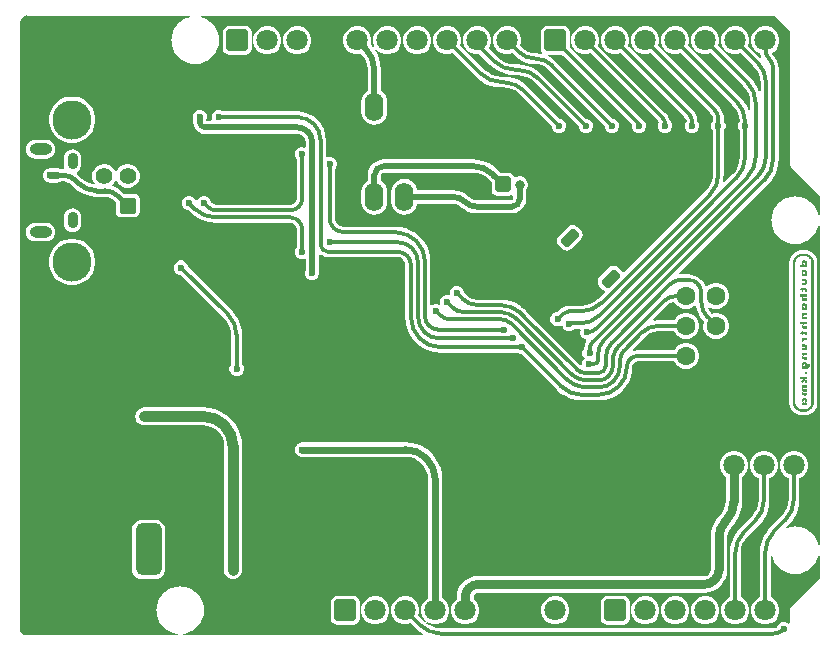
<source format=gbl>
G04*
G04 #@! TF.GenerationSoftware,Altium Limited,Altium Designer,23.0.1 (38)*
G04*
G04 Layer_Physical_Order=2*
G04 Layer_Color=14286848*
%FSLAX44Y44*%
%MOMM*%
G71*
G04*
G04 #@! TF.SameCoordinates,88FC3FB3-D5F9-4073-A5BC-648FF294B969*
G04*
G04*
G04 #@! TF.FilePolarity,Positive*
G04*
G01*
G75*
%ADD14C,0.3000*%
%ADD72C,1.4080*%
%ADD74O,1.9000X0.9500*%
G04:AMPARAMS|DCode=77|XSize=0.9mm|YSize=1.6mm|CornerRadius=0.225mm|HoleSize=0mm|Usage=FLASHONLY|Rotation=135.000|XOffset=0mm|YOffset=0mm|HoleType=Round|Shape=RoundedRectangle|*
%AMROUNDEDRECTD77*
21,1,0.9000,1.1500,0,0,135.0*
21,1,0.4500,1.6000,0,0,135.0*
1,1,0.4500,0.2475,0.5657*
1,1,0.4500,0.5657,0.2475*
1,1,0.4500,-0.2475,-0.5657*
1,1,0.4500,-0.5657,-0.2475*
%
%ADD77ROUNDEDRECTD77*%
%ADD80C,0.5000*%
%ADD81C,0.9000*%
%ADD83C,0.6000*%
%ADD84C,3.3160*%
G04:AMPARAMS|DCode=87|XSize=1.8mm|YSize=1.8mm|CornerRadius=0.18mm|HoleSize=0mm|Usage=FLASHONLY|Rotation=0.000|XOffset=0mm|YOffset=0mm|HoleType=Round|Shape=RoundedRectangle|*
%AMROUNDEDRECTD87*
21,1,1.8000,1.4400,0,0,0.0*
21,1,1.4400,1.8000,0,0,0.0*
1,1,0.3600,0.7200,-0.7200*
1,1,0.3600,-0.7200,-0.7200*
1,1,0.3600,-0.7200,0.7200*
1,1,0.3600,0.7200,0.7200*
%
%ADD87ROUNDEDRECTD87*%
%ADD88C,1.8000*%
G04:AMPARAMS|DCode=89|XSize=1.308mm|YSize=1.308mm|CornerRadius=0.1308mm|HoleSize=0mm|Usage=FLASHONLY|Rotation=90.000|XOffset=0mm|YOffset=0mm|HoleType=Round|Shape=RoundedRectangle|*
%AMROUNDEDRECTD89*
21,1,1.3080,1.0464,0,0,90.0*
21,1,1.0464,1.3080,0,0,90.0*
1,1,0.2616,0.5232,0.5232*
1,1,0.2616,0.5232,-0.5232*
1,1,0.2616,-0.5232,-0.5232*
1,1,0.2616,-0.5232,0.5232*
%
%ADD89ROUNDEDRECTD89*%
%ADD90C,1.3080*%
%ADD91C,1.6000*%
%ADD92O,0.9000X1.4000*%
%ADD93O,1.6000X2.4000*%
G04:AMPARAMS|DCode=94|XSize=3.8mm|YSize=1.9mm|CornerRadius=0.475mm|HoleSize=0mm|Usage=FLASHONLY|Rotation=180.000|XOffset=0mm|YOffset=0mm|HoleType=Round|Shape=RoundedRectangle|*
%AMROUNDEDRECTD94*
21,1,3.8000,0.9500,0,0,180.0*
21,1,2.8500,1.9000,0,0,180.0*
1,1,0.9500,-1.4250,0.4750*
1,1,0.9500,1.4250,0.4750*
1,1,0.9500,1.4250,-0.4750*
1,1,0.9500,-1.4250,-0.4750*
%
%ADD94ROUNDEDRECTD94*%
G04:AMPARAMS|DCode=95|XSize=4.4mm|YSize=2.2mm|CornerRadius=0.55mm|HoleSize=0mm|Usage=FLASHONLY|Rotation=90.000|XOffset=0mm|YOffset=0mm|HoleType=Round|Shape=RoundedRectangle|*
%AMROUNDEDRECTD95*
21,1,4.4000,1.1000,0,0,90.0*
21,1,3.3000,2.2000,0,0,90.0*
1,1,1.1000,0.5500,1.6500*
1,1,1.1000,0.5500,-1.6500*
1,1,1.1000,-0.5500,-1.6500*
1,1,1.1000,-0.5500,1.6500*
%
%ADD95ROUNDEDRECTD95*%
%ADD96C,0.6000*%
%ADD97C,0.8000*%
%ADD98C,0.8000*%
%ADD99C,0.4000*%
G04:AMPARAMS|DCode=100|XSize=1.408mm|YSize=1.408mm|CornerRadius=0.1408mm|HoleSize=0mm|Usage=FLASHONLY|Rotation=270.000|XOffset=0mm|YOffset=0mm|HoleType=Round|Shape=RoundedRectangle|*
%AMROUNDEDRECTD100*
21,1,1.4080,1.1264,0,0,270.0*
21,1,1.1264,1.4080,0,0,270.0*
1,1,0.2816,-0.5632,-0.5632*
1,1,0.2816,-0.5632,0.5632*
1,1,0.2816,0.5632,0.5632*
1,1,0.2816,0.5632,-0.5632*
%
%ADD100ROUNDEDRECTD100*%
G36*
X9945Y528922D02*
X147833D01*
X148022Y527652D01*
X146770Y527272D01*
X146566Y527231D01*
X146374Y527152D01*
X144680Y526638D01*
X143119Y525803D01*
X142926Y525724D01*
X142753Y525608D01*
X141192Y524774D01*
X139824Y523651D01*
X139651Y523535D01*
X139503Y523388D01*
X138135Y522265D01*
X137012Y520897D01*
X136865Y520749D01*
X136749Y520576D01*
X135626Y519208D01*
X134792Y517647D01*
X134676Y517473D01*
X134596Y517281D01*
X133762Y515720D01*
X133248Y514026D01*
X133168Y513834D01*
X133128Y513629D01*
X132614Y511936D01*
X132441Y510174D01*
X132400Y509970D01*
Y509761D01*
X132226Y508000D01*
X132400Y506239D01*
Y506030D01*
X132441Y505826D01*
X132614Y504064D01*
X133128Y502371D01*
X133168Y502166D01*
X133248Y501973D01*
X133762Y500280D01*
X134596Y498719D01*
X134676Y498526D01*
X134792Y498353D01*
X135626Y496792D01*
X136749Y495424D01*
X136865Y495251D01*
X137013Y495103D01*
X138135Y493735D01*
X139503Y492612D01*
X139651Y492465D01*
X139824Y492349D01*
X141192Y491226D01*
X142753Y490392D01*
X142926Y490276D01*
X143119Y490196D01*
X144680Y489362D01*
X146374Y488848D01*
X146566Y488769D01*
X146771Y488728D01*
X148464Y488214D01*
X150226Y488041D01*
X150430Y488000D01*
X150639D01*
X152400Y487826D01*
X154161Y488000D01*
X154370D01*
X154574Y488041D01*
X156336Y488214D01*
X158029Y488728D01*
X158234Y488769D01*
X158426Y488848D01*
X160120Y489362D01*
X161681Y490196D01*
X161873Y490276D01*
X162047Y490392D01*
X163608Y491226D01*
X164976Y492349D01*
X165149Y492465D01*
X165297Y492612D01*
X166665Y493735D01*
X167788Y495103D01*
X167935Y495251D01*
X168051Y495424D01*
X169174Y496792D01*
X170008Y498353D01*
X170124Y498526D01*
X170203Y498719D01*
X171038Y500280D01*
X171552Y501974D01*
X171631Y502166D01*
X171672Y502370D01*
X172186Y504064D01*
X172359Y505826D01*
X172400Y506030D01*
Y506239D01*
X172574Y508000D01*
X172400Y509761D01*
Y509970D01*
X172359Y510174D01*
X172186Y511936D01*
X171672Y513629D01*
X171631Y513834D01*
X171552Y514026D01*
X171038Y515720D01*
X170203Y517281D01*
X170124Y517473D01*
X170008Y517647D01*
X169174Y519208D01*
X168051Y520576D01*
X167935Y520749D01*
X167788Y520896D01*
X166665Y522265D01*
X165296Y523388D01*
X165149Y523535D01*
X164976Y523651D01*
X163608Y524774D01*
X162047Y525608D01*
X161873Y525724D01*
X161681Y525803D01*
X160120Y526638D01*
X158426Y527152D01*
X158234Y527231D01*
X158029Y527272D01*
X156778Y527652D01*
X156966Y528922D01*
X643031D01*
X655877Y516076D01*
Y403506D01*
X655877Y403506D01*
X656187Y401945D01*
X657071Y400622D01*
X681268Y376425D01*
Y360344D01*
X679998Y360155D01*
X679672Y361229D01*
X679631Y361434D01*
X679552Y361626D01*
X679038Y363320D01*
X678204Y364881D01*
X678124Y365074D01*
X678008Y365247D01*
X677174Y366808D01*
X676051Y368176D01*
X675935Y368349D01*
X675788Y368497D01*
X674665Y369865D01*
X673297Y370988D01*
X673149Y371135D01*
X672976Y371251D01*
X671608Y372374D01*
X670047Y373208D01*
X669874Y373324D01*
X669681Y373404D01*
X668120Y374238D01*
X666426Y374752D01*
X666234Y374831D01*
X666030Y374872D01*
X664336Y375386D01*
X662574Y375559D01*
X662370Y375600D01*
X662161D01*
X660400Y375774D01*
X658639Y375600D01*
X658430D01*
X658226Y375559D01*
X656464Y375386D01*
X654770Y374872D01*
X654566Y374831D01*
X654374Y374752D01*
X652680Y374238D01*
X651119Y373403D01*
X650926Y373324D01*
X650753Y373208D01*
X649192Y372374D01*
X647824Y371251D01*
X647651Y371135D01*
X647504Y370988D01*
X646135Y369865D01*
X645012Y368497D01*
X644865Y368349D01*
X644749Y368176D01*
X643626Y366808D01*
X642792Y365247D01*
X642676Y365074D01*
X642597Y364881D01*
X641762Y363320D01*
X641248Y361626D01*
X641169Y361434D01*
X641128Y361230D01*
X640614Y359536D01*
X640441Y357774D01*
X640400Y357570D01*
Y357362D01*
X640227Y355600D01*
X640400Y353838D01*
Y353630D01*
X640441Y353426D01*
X640614Y351664D01*
X641128Y349971D01*
X641169Y349766D01*
X641248Y349574D01*
X641762Y347880D01*
X642597Y346319D01*
X642676Y346126D01*
X642792Y345953D01*
X643626Y344392D01*
X644749Y343024D01*
X644865Y342851D01*
X645012Y342703D01*
X646135Y341335D01*
X647503Y340212D01*
X647651Y340065D01*
X647824Y339949D01*
X649192Y338826D01*
X650753Y337992D01*
X650926Y337876D01*
X651119Y337797D01*
X652680Y336962D01*
X654374Y336448D01*
X654566Y336369D01*
X654771Y336328D01*
X656464Y335814D01*
X658226Y335641D01*
X658430Y335600D01*
X658639D01*
X660400Y335426D01*
X662161Y335600D01*
X662370D01*
X662574Y335641D01*
X664336Y335814D01*
X666029Y336328D01*
X666234Y336369D01*
X666426Y336448D01*
X668120Y336962D01*
X669681Y337796D01*
X669874Y337876D01*
X670047Y337992D01*
X671608Y338826D01*
X672976Y339949D01*
X673149Y340065D01*
X673297Y340213D01*
X674665Y341335D01*
X675788Y342703D01*
X675935Y342851D01*
X676051Y343024D01*
X677174Y344392D01*
X678008Y345953D01*
X678124Y346126D01*
X678204Y346319D01*
X679038Y347880D01*
X679552Y349574D01*
X679631Y349766D01*
X679672Y349971D01*
X679998Y351045D01*
X681268Y350856D01*
Y80944D01*
X679998Y80756D01*
X679672Y81830D01*
X679631Y82034D01*
X679552Y82226D01*
X679038Y83920D01*
X678203Y85481D01*
X678124Y85674D01*
X678008Y85847D01*
X677174Y87408D01*
X676051Y88776D01*
X675935Y88949D01*
X675788Y89096D01*
X674665Y90465D01*
X673297Y91588D01*
X673149Y91735D01*
X672976Y91851D01*
X671608Y92974D01*
X670047Y93808D01*
X669874Y93924D01*
X669681Y94003D01*
X668120Y94838D01*
X666426Y95352D01*
X666234Y95431D01*
X666030Y95472D01*
X664336Y95986D01*
X662574Y96159D01*
X662370Y96200D01*
X662161D01*
X660400Y96374D01*
X658639Y96200D01*
X658430D01*
X658226Y96159D01*
X656464Y95986D01*
X654771Y95472D01*
X654566Y95431D01*
X654374Y95352D01*
X653674Y95140D01*
X653001Y96262D01*
X655155Y98416D01*
X655158Y98413D01*
X658214Y101992D01*
X660674Y106005D01*
X662475Y110353D01*
X663573Y114929D01*
X663942Y119621D01*
X663938D01*
Y136998D01*
X663982Y137010D01*
X666718Y138589D01*
X668952Y140824D01*
X670532Y143560D01*
X671350Y146612D01*
Y149772D01*
X670532Y152824D01*
X668952Y155560D01*
X666718Y157794D01*
X663982Y159374D01*
X660930Y160192D01*
X657770D01*
X654718Y159374D01*
X651982Y157794D01*
X649748Y155560D01*
X648168Y152824D01*
X647350Y149772D01*
Y146612D01*
X648168Y143560D01*
X649748Y140824D01*
X651982Y138589D01*
X654718Y137010D01*
X654762Y136998D01*
Y119621D01*
X654803Y119414D01*
X654422Y115549D01*
X653235Y111633D01*
X651306Y108024D01*
X648842Y105022D01*
X648666Y104905D01*
X639195Y95434D01*
X639192Y95437D01*
X636136Y91858D01*
X633676Y87845D01*
X631875Y83497D01*
X630777Y78921D01*
X630408Y74229D01*
X630412D01*
Y36594D01*
X630368Y36582D01*
X627632Y35002D01*
X625398Y32768D01*
X623818Y30032D01*
X623000Y26980D01*
Y23820D01*
X623818Y20768D01*
X625398Y18032D01*
X627632Y15798D01*
X630368Y14218D01*
X633420Y13400D01*
X636580D01*
X639632Y14218D01*
X642368Y15798D01*
X644602Y18032D01*
X646182Y20768D01*
X647000Y23820D01*
Y26980D01*
X646182Y30032D01*
X644602Y32768D01*
X642368Y35002D01*
X639632Y36582D01*
X639588Y36594D01*
Y71271D01*
X640858Y71460D01*
X641128Y70571D01*
X641169Y70366D01*
X641248Y70174D01*
X641762Y68480D01*
X642596Y66919D01*
X642676Y66726D01*
X642792Y66553D01*
X643626Y64992D01*
X644749Y63624D01*
X644865Y63451D01*
X645013Y63303D01*
X646135Y61935D01*
X647503Y60813D01*
X647651Y60665D01*
X647824Y60549D01*
X649192Y59426D01*
X650753Y58592D01*
X650926Y58476D01*
X651119Y58396D01*
X652680Y57562D01*
X654373Y57048D01*
X654566Y56969D01*
X654771Y56928D01*
X656464Y56414D01*
X658226Y56241D01*
X658430Y56200D01*
X658639D01*
X660400Y56027D01*
X662161Y56200D01*
X662370D01*
X662574Y56241D01*
X664336Y56414D01*
X666029Y56928D01*
X666234Y56969D01*
X666426Y57048D01*
X668120Y57562D01*
X669681Y58397D01*
X669874Y58476D01*
X670047Y58592D01*
X671608Y59426D01*
X672976Y60549D01*
X673149Y60665D01*
X673297Y60812D01*
X674665Y61935D01*
X675788Y63303D01*
X675935Y63451D01*
X676051Y63624D01*
X677174Y64992D01*
X678008Y66553D01*
X678124Y66726D01*
X678203Y66919D01*
X679038Y68480D01*
X679552Y70174D01*
X679631Y70366D01*
X679672Y70571D01*
X679998Y71645D01*
X681268Y71456D01*
Y52471D01*
X657071Y28275D01*
X656187Y26952D01*
X655877Y25391D01*
X655877Y25391D01*
Y14433D01*
X654607Y13907D01*
X654149Y14365D01*
X651944Y15278D01*
X649557D01*
X647351Y14365D01*
X645664Y12677D01*
X644883Y10793D01*
X643788Y10340D01*
X641727Y10069D01*
X641629Y10088D01*
X360621D01*
X360414Y10047D01*
X356549Y10428D01*
X352633Y11615D01*
X349024Y13544D01*
X347671Y14655D01*
X348396Y15703D01*
X349014Y15346D01*
X350968Y14218D01*
X354020Y13400D01*
X357180D01*
X360232Y14218D01*
X362968Y15798D01*
X365202Y18032D01*
X366782Y20768D01*
X367600Y23820D01*
Y26980D01*
X366782Y30032D01*
X365202Y32768D01*
X362968Y35002D01*
X361717Y35724D01*
Y136038D01*
X361684Y136208D01*
X361309Y140965D01*
X360155Y145771D01*
X358264Y150338D01*
X355682Y154552D01*
X352472Y158310D01*
X348713Y161520D01*
X344499Y164102D01*
X339933Y165994D01*
X335127Y167148D01*
X330370Y167522D01*
X330200Y167556D01*
X242848D01*
X242257Y167438D01*
X241654D01*
X241098Y167208D01*
X240507Y167090D01*
X240006Y166755D01*
X239449Y166525D01*
X239023Y166099D01*
X238522Y165764D01*
X238187Y165263D01*
X237761Y164837D01*
X237531Y164280D01*
X237196Y163779D01*
X237078Y163188D01*
X236848Y162632D01*
Y162029D01*
X236730Y161438D01*
X236848Y160847D01*
Y160245D01*
X237078Y159688D01*
X237196Y159097D01*
X237531Y158596D01*
X237761Y158040D01*
X238187Y157613D01*
X238522Y157112D01*
X239023Y156778D01*
X239449Y156352D01*
X240006Y156121D01*
X240507Y155786D01*
X241098Y155669D01*
X241654Y155438D01*
X242257D01*
X242848Y155321D01*
X330200D01*
X330482Y155377D01*
X333978Y155032D01*
X337611Y153930D01*
X340959Y152141D01*
X343894Y149732D01*
X346302Y146798D01*
X348092Y143449D01*
X349194Y139816D01*
X349538Y136320D01*
X349482Y136038D01*
Y35724D01*
X348232Y35002D01*
X345998Y32768D01*
X344418Y30032D01*
X343600Y26980D01*
Y23820D01*
X344418Y20768D01*
X345998Y18032D01*
X347505Y16524D01*
X348009Y16020D01*
X347155Y15078D01*
X346022Y16008D01*
X345905Y16184D01*
X341360Y20729D01*
X341382Y20768D01*
X342200Y23820D01*
Y26980D01*
X341382Y30032D01*
X339802Y32768D01*
X337568Y35002D01*
X334832Y36582D01*
X331780Y37400D01*
X328620D01*
X325568Y36582D01*
X322832Y35002D01*
X320598Y32768D01*
X319018Y30032D01*
X318200Y26980D01*
Y23820D01*
X319018Y20768D01*
X320598Y18032D01*
X322832Y15798D01*
X325568Y14218D01*
X328620Y13400D01*
X331780D01*
X334832Y14218D01*
X334871Y14240D01*
X339416Y9695D01*
X339413Y9692D01*
X342992Y6636D01*
X345093Y5348D01*
X344734Y4078D01*
X142335D01*
X141637Y5348D01*
X141670Y5400D01*
X141874Y5441D01*
X143636Y5614D01*
X145329Y6128D01*
X145534Y6169D01*
X145726Y6248D01*
X147420Y6762D01*
X148981Y7596D01*
X149173Y7676D01*
X149347Y7792D01*
X150908Y8626D01*
X152276Y9749D01*
X152449Y9865D01*
X152597Y10013D01*
X153965Y11135D01*
X155087Y12503D01*
X155235Y12651D01*
X155351Y12824D01*
X156474Y14192D01*
X157308Y15753D01*
X157424Y15926D01*
X157503Y16119D01*
X158338Y17680D01*
X158852Y19374D01*
X158931Y19566D01*
X158972Y19771D01*
X159486Y21464D01*
X159659Y23226D01*
X159700Y23430D01*
Y23639D01*
X159874Y25400D01*
X159700Y27161D01*
Y27370D01*
X159659Y27575D01*
X159486Y29336D01*
X158972Y31029D01*
X158931Y31234D01*
X158852Y31426D01*
X158338Y33120D01*
X157503Y34681D01*
X157424Y34873D01*
X157308Y35047D01*
X156474Y36608D01*
X155351Y37976D01*
X155235Y38149D01*
X155088Y38297D01*
X153965Y39665D01*
X152597Y40788D01*
X152449Y40935D01*
X152276Y41051D01*
X150908Y42174D01*
X149347Y43008D01*
X149173Y43124D01*
X148981Y43204D01*
X147420Y44038D01*
X145726Y44552D01*
X145534Y44631D01*
X145330Y44672D01*
X143636Y45186D01*
X141874Y45359D01*
X141670Y45400D01*
X141461D01*
X139700Y45574D01*
X137939Y45400D01*
X137730D01*
X137526Y45359D01*
X135764Y45186D01*
X134070Y44672D01*
X133866Y44631D01*
X133674Y44552D01*
X131980Y44038D01*
X130419Y43203D01*
X130226Y43124D01*
X130053Y43008D01*
X128492Y42174D01*
X127124Y41051D01*
X126951Y40935D01*
X126804Y40788D01*
X125435Y39665D01*
X124312Y38296D01*
X124165Y38149D01*
X124049Y37976D01*
X122926Y36608D01*
X122092Y35047D01*
X121976Y34873D01*
X121897Y34681D01*
X121062Y33120D01*
X120548Y31426D01*
X120469Y31234D01*
X120428Y31030D01*
X119914Y29336D01*
X119741Y27574D01*
X119700Y27370D01*
Y27162D01*
X119527Y25400D01*
X119700Y23638D01*
Y23430D01*
X119741Y23226D01*
X119914Y21464D01*
X120428Y19770D01*
X120469Y19566D01*
X120548Y19374D01*
X121062Y17680D01*
X121896Y16119D01*
X121976Y15926D01*
X122092Y15753D01*
X122926Y14192D01*
X124049Y12824D01*
X124165Y12651D01*
X124312Y12503D01*
X125435Y11135D01*
X126803Y10012D01*
X126951Y9865D01*
X127124Y9749D01*
X128492Y8626D01*
X130053Y7792D01*
X130226Y7676D01*
X130419Y7596D01*
X131980Y6762D01*
X133674Y6248D01*
X133866Y6169D01*
X134071Y6128D01*
X135764Y5614D01*
X137526Y5441D01*
X137730Y5400D01*
X137763Y5348D01*
X137065Y4078D01*
X9945D01*
X9781Y4046D01*
X7675Y4465D01*
X5750Y5750D01*
X4465Y7675D01*
X4046Y9781D01*
X4078Y9945D01*
Y521618D01*
X4078Y522844D01*
X4070Y522886D01*
X4236Y524084D01*
X4470Y525261D01*
X5780Y527220D01*
X7739Y528530D01*
X9827Y528945D01*
X9945Y528922D01*
D02*
G37*
%LPC*%
G36*
X316540Y520000D02*
X313380D01*
X310328Y519182D01*
X307592Y517602D01*
X305358Y515368D01*
X303778Y512632D01*
X302960Y509580D01*
Y506420D01*
X303778Y503368D01*
X304254Y502543D01*
X303213Y501807D01*
X301014Y504382D01*
X301560Y506420D01*
Y509580D01*
X300742Y512632D01*
X299162Y515368D01*
X296928Y517602D01*
X294192Y519182D01*
X291140Y520000D01*
X287980D01*
X284928Y519182D01*
X282192Y517602D01*
X279958Y515368D01*
X278378Y512632D01*
X277560Y509580D01*
Y506420D01*
X278378Y503368D01*
X279958Y500632D01*
X282192Y498398D01*
X284928Y496818D01*
X287980Y496000D01*
X291140D01*
X293115Y496529D01*
X295160Y494037D01*
X296996Y490602D01*
X298127Y486875D01*
X298484Y483256D01*
X298432Y482999D01*
Y465123D01*
X296195Y463406D01*
X294432Y461108D01*
X293323Y458432D01*
X292945Y455560D01*
Y447561D01*
X293323Y444689D01*
X294432Y442013D01*
X296195Y439715D01*
X298493Y437952D01*
X301168Y436844D01*
X304040Y436466D01*
X306912Y436844D01*
X309587Y437952D01*
X311885Y439715D01*
X313648Y442013D01*
X314757Y444689D01*
X315135Y447561D01*
Y455560D01*
X314757Y458432D01*
X313648Y461108D01*
X311885Y463406D01*
X309648Y465123D01*
Y482999D01*
X309628Y483100D01*
X309254Y487848D01*
X308119Y492577D01*
X306257Y497071D01*
X304888Y499306D01*
X305892Y500098D01*
X307592Y498398D01*
X310328Y496818D01*
X313380Y496000D01*
X316540D01*
X319592Y496818D01*
X322328Y498398D01*
X324562Y500632D01*
X326142Y503368D01*
X326960Y506420D01*
Y509580D01*
X326142Y512632D01*
X324562Y515368D01*
X322328Y517602D01*
X319592Y519182D01*
X316540Y520000D01*
D02*
G37*
G36*
X464400Y520094D02*
X450000D01*
X448127Y519721D01*
X446539Y518661D01*
X445479Y517073D01*
X445106Y515200D01*
Y500800D01*
X445479Y498927D01*
X446431Y497502D01*
X446187Y496895D01*
X445773Y496374D01*
X445274Y496525D01*
X440469Y496999D01*
Y496999D01*
X439222Y497055D01*
X437453Y497230D01*
X434553Y498109D01*
X431880Y499538D01*
X430497Y500674D01*
X429563Y501486D01*
X428682Y502366D01*
X427720Y503329D01*
X427742Y503368D01*
X428560Y506420D01*
Y509580D01*
X427742Y512632D01*
X426162Y515368D01*
X423928Y517602D01*
X421192Y519182D01*
X418140Y520000D01*
X414980D01*
X411928Y519182D01*
X409192Y517602D01*
X406958Y515368D01*
X405378Y512632D01*
X404560Y509580D01*
Y506420D01*
X405378Y503368D01*
X406958Y500632D01*
X409192Y498398D01*
X411928Y496818D01*
X414980Y496000D01*
X418140D01*
X421192Y496818D01*
X421231Y496840D01*
X423074Y494997D01*
X423074Y494997D01*
X423053Y494976D01*
X426785Y491912D01*
X431043Y489636D01*
X435664Y488235D01*
X440469Y487761D01*
Y487761D01*
X441715Y487705D01*
X443485Y487531D01*
X446385Y486651D01*
X449057Y485222D01*
X450441Y484087D01*
X451375Y483274D01*
X452256Y482394D01*
X499541Y435109D01*
Y434404D01*
X500454Y432199D01*
X502142Y430511D01*
X504347Y429597D01*
X506734D01*
X508940Y430511D01*
X510627Y432199D01*
X511541Y434404D01*
Y436791D01*
X510627Y438996D01*
X508940Y440684D01*
X506734Y441597D01*
X506029D01*
X457864Y489763D01*
X457863Y489763D01*
X457885Y489785D01*
X454153Y492848D01*
X450807Y494636D01*
X451125Y495906D01*
X462805D01*
X522012Y436699D01*
Y434404D01*
X522926Y432199D01*
X524614Y430511D01*
X526819Y429597D01*
X529206D01*
X531411Y430511D01*
X533099Y432199D01*
X534012Y434404D01*
Y436791D01*
X533099Y438996D01*
X531411Y440684D01*
X530718Y440971D01*
X469294Y502395D01*
Y515200D01*
X468922Y517073D01*
X467861Y518661D01*
X466273Y519721D01*
X464400Y520094D01*
D02*
G37*
G36*
X341940Y520000D02*
X338780D01*
X335728Y519182D01*
X332992Y517602D01*
X330758Y515368D01*
X329178Y512632D01*
X328360Y509580D01*
Y506420D01*
X329178Y503368D01*
X330758Y500632D01*
X332992Y498398D01*
X335728Y496818D01*
X338780Y496000D01*
X341940D01*
X344992Y496818D01*
X347728Y498398D01*
X349962Y500632D01*
X351542Y503368D01*
X352360Y506420D01*
Y509580D01*
X351542Y512632D01*
X349962Y515368D01*
X347728Y517602D01*
X344992Y519182D01*
X341940Y520000D01*
D02*
G37*
G36*
X240340D02*
X237180D01*
X234128Y519182D01*
X231392Y517602D01*
X229158Y515368D01*
X227578Y512632D01*
X226760Y509580D01*
Y506420D01*
X227578Y503368D01*
X229158Y500632D01*
X231392Y498398D01*
X234128Y496818D01*
X237180Y496000D01*
X240340D01*
X243392Y496818D01*
X246128Y498398D01*
X248362Y500632D01*
X249942Y503368D01*
X250760Y506420D01*
Y509580D01*
X249942Y512632D01*
X248362Y515368D01*
X246128Y517602D01*
X243392Y519182D01*
X240340Y520000D01*
D02*
G37*
G36*
X214940D02*
X211780D01*
X208728Y519182D01*
X205992Y517602D01*
X203758Y515368D01*
X202178Y512632D01*
X201360Y509580D01*
Y506420D01*
X202178Y503368D01*
X203758Y500632D01*
X205992Y498398D01*
X208728Y496818D01*
X211780Y496000D01*
X214940D01*
X217992Y496818D01*
X220728Y498398D01*
X222962Y500632D01*
X224542Y503368D01*
X225360Y506420D01*
Y509580D01*
X224542Y512632D01*
X222962Y515368D01*
X220728Y517602D01*
X217992Y519182D01*
X214940Y520000D01*
D02*
G37*
G36*
X195160Y520094D02*
X180760D01*
X178887Y519721D01*
X177299Y518661D01*
X176238Y517073D01*
X175866Y515200D01*
Y500800D01*
X176238Y498927D01*
X177299Y497339D01*
X178887Y496278D01*
X180760Y495906D01*
X195160D01*
X197033Y496278D01*
X198621Y497339D01*
X199681Y498927D01*
X200054Y500800D01*
Y515200D01*
X199681Y517073D01*
X198621Y518661D01*
X197033Y519721D01*
X195160Y520094D01*
D02*
G37*
G36*
X636580Y520000D02*
X633420D01*
X630368Y519182D01*
X627632Y517602D01*
X625398Y515368D01*
X623818Y512632D01*
X623000Y509580D01*
Y506420D01*
X623818Y503368D01*
X625398Y500632D01*
X627632Y498398D01*
X630368Y496818D01*
X630950Y496662D01*
X631648Y494362D01*
X631792Y494093D01*
X630760Y493328D01*
X620760Y503329D01*
X620782Y503368D01*
X621600Y506420D01*
Y509580D01*
X620782Y512632D01*
X619202Y515368D01*
X616968Y517602D01*
X614232Y519182D01*
X611180Y520000D01*
X608020D01*
X604968Y519182D01*
X602232Y517602D01*
X599998Y515368D01*
X598418Y512632D01*
X597600Y509580D01*
Y506420D01*
X598418Y503368D01*
X599998Y500632D01*
X602232Y498398D01*
X604968Y496818D01*
X608020Y496000D01*
X611180D01*
X614232Y496818D01*
X614271Y496840D01*
X624645Y486466D01*
X625541Y485571D01*
X625541Y485571D01*
X625543Y485568D01*
X625544Y485568D01*
X625544Y485567D01*
X626372Y484642D01*
X627972Y482692D01*
X629751Y479365D01*
X630846Y475755D01*
X631198Y472181D01*
X631162Y472000D01*
Y464761D01*
X629892Y464509D01*
X628324Y468295D01*
X625864Y472308D01*
X622808Y475887D01*
X622805Y475884D01*
X595360Y503329D01*
X595382Y503368D01*
X596200Y506420D01*
Y509580D01*
X595382Y512632D01*
X593802Y515368D01*
X591568Y517602D01*
X588832Y519182D01*
X585780Y520000D01*
X582620D01*
X579568Y519182D01*
X576832Y517602D01*
X574598Y515368D01*
X573018Y512632D01*
X572200Y509580D01*
Y506420D01*
X573018Y503368D01*
X574598Y500632D01*
X576832Y498398D01*
X579568Y496818D01*
X582620Y496000D01*
X585780D01*
X588832Y496818D01*
X588871Y496840D01*
X616316Y469395D01*
X616492Y469278D01*
X618956Y466276D01*
X620885Y462667D01*
X622072Y458751D01*
X622453Y454886D01*
X622412Y454679D01*
Y447979D01*
X621142Y447828D01*
X621128Y447885D01*
X619464Y451902D01*
X617192Y455610D01*
X614382Y458900D01*
X614370Y458919D01*
X569960Y503329D01*
X569982Y503368D01*
X570800Y506420D01*
Y509580D01*
X569982Y512632D01*
X568402Y515368D01*
X566168Y517602D01*
X563432Y519182D01*
X560380Y520000D01*
X557220D01*
X554168Y519182D01*
X551432Y517602D01*
X549198Y515368D01*
X547618Y512632D01*
X546800Y509580D01*
Y506420D01*
X547618Y503368D01*
X549198Y500632D01*
X551432Y498398D01*
X554168Y496818D01*
X557220Y496000D01*
X560380D01*
X563432Y496818D01*
X563471Y496840D01*
X606999Y453312D01*
X607881Y452430D01*
X608707Y451503D01*
X610229Y449649D01*
X611947Y446435D01*
X613005Y442948D01*
X613342Y439525D01*
X612813Y438996D01*
X611899Y436791D01*
Y434404D01*
X612813Y432199D01*
X613311Y431700D01*
Y409078D01*
X613352Y408871D01*
X612972Y405006D01*
X611784Y401090D01*
X609855Y397482D01*
X607391Y394480D01*
X607215Y394362D01*
X600231Y387378D01*
X599080Y388023D01*
X599651Y390400D01*
X600020Y395092D01*
X600016D01*
Y431700D01*
X600514Y432199D01*
X601428Y434404D01*
Y436791D01*
X600514Y438996D01*
X600016Y439494D01*
Y440785D01*
X600004Y440843D01*
X599681Y444122D01*
X598708Y447331D01*
X597127Y450289D01*
X595042Y452830D01*
X595007Y452882D01*
X595005Y452883D01*
X595004Y452885D01*
X544560Y503329D01*
X544582Y503368D01*
X545400Y506420D01*
Y509580D01*
X544582Y512632D01*
X543002Y515368D01*
X540768Y517602D01*
X538032Y519182D01*
X534980Y520000D01*
X531820D01*
X528768Y519182D01*
X526032Y517602D01*
X523798Y515368D01*
X522218Y512632D01*
X521400Y509580D01*
Y506420D01*
X522218Y503368D01*
X523798Y500632D01*
X526032Y498398D01*
X528768Y496818D01*
X531820Y496000D01*
X534980D01*
X538032Y496818D01*
X538071Y496840D01*
X588515Y446396D01*
X588517Y446395D01*
X588518Y446393D01*
X588592Y446344D01*
X589802Y444767D01*
X590597Y442846D01*
X590857Y440873D01*
X590839Y440785D01*
Y439494D01*
X590341Y438996D01*
X589428Y436791D01*
Y434404D01*
X590341Y432199D01*
X590839Y431700D01*
Y395092D01*
X590881Y394884D01*
X590500Y391020D01*
X589312Y387104D01*
X587383Y383495D01*
X584920Y380493D01*
X584744Y380376D01*
X515763Y311395D01*
X514144Y311572D01*
X513535Y312484D01*
X510353Y315666D01*
X508616Y316827D01*
X506568Y317234D01*
X504520Y316827D01*
X502783Y315666D01*
X494651Y307535D01*
X493491Y305798D01*
X493083Y303750D01*
X493491Y301701D01*
X494651Y299965D01*
X497833Y296782D01*
X498745Y296173D01*
X498923Y294555D01*
X493525Y289156D01*
X493520Y289149D01*
X493513Y289145D01*
X493399Y288975D01*
X490419Y286529D01*
X486827Y284609D01*
X482928Y283426D01*
X479080Y283047D01*
X478875Y283088D01*
X469064D01*
Y283104D01*
X465919Y282690D01*
X462988Y281476D01*
X460472Y279545D01*
X460483Y279534D01*
X458647Y277698D01*
X457942D01*
X455737Y276784D01*
X454049Y275096D01*
X453135Y272891D01*
Y270504D01*
X454049Y268299D01*
X455737Y266611D01*
X457942Y265697D01*
X460329D01*
X462534Y266611D01*
X463631Y265911D01*
X464112Y264749D01*
X465800Y263061D01*
X468005Y262148D01*
X470392D01*
X472598Y263061D01*
X473198Y263662D01*
X477837D01*
X478657Y262612D01*
X478696Y262416D01*
X478500Y261943D01*
Y259557D01*
X479413Y257351D01*
X481101Y255663D01*
X483197Y254795D01*
X483414Y254574D01*
X483890Y253611D01*
X483415Y252992D01*
X482103Y249825D01*
X481706Y246814D01*
X481181Y246289D01*
X480267Y244084D01*
Y241697D01*
X481181Y239492D01*
X482225Y238447D01*
X481068Y237290D01*
X480154Y235084D01*
Y233840D01*
X479008Y232740D01*
X478525Y232743D01*
X478463Y232746D01*
X435044Y276165D01*
X432092Y279118D01*
X431205Y280027D01*
X431133Y280116D01*
X431108Y280137D01*
X431108Y280137D01*
X430348Y280760D01*
X429848Y281186D01*
X429744Y281341D01*
X429418Y281558D01*
X428435Y282362D01*
X427816Y282891D01*
X423946Y285263D01*
X419753Y286999D01*
X415340Y288059D01*
X410816Y288415D01*
Y288414D01*
X391134D01*
X390923Y288372D01*
X387847Y288777D01*
X384783Y290046D01*
X382325Y291933D01*
X382206Y292109D01*
X382204Y292111D01*
X382202Y292114D01*
X379914Y294402D01*
Y295107D01*
X379000Y297312D01*
X377312Y299000D01*
X375107Y299914D01*
X372720D01*
X370515Y299000D01*
X368827Y297312D01*
X367914Y295107D01*
Y293013D01*
X367164Y292250D01*
X366822Y292036D01*
X364566D01*
X362361Y291123D01*
X360673Y289435D01*
X359760Y287229D01*
Y285019D01*
X359244Y284473D01*
X358700Y284083D01*
X357693Y284500D01*
X355307D01*
X353101Y283587D01*
X352761Y283247D01*
X351588Y283733D01*
Y320151D01*
X351592D01*
X351223Y324843D01*
X350125Y329419D01*
X348324Y333767D01*
X345864Y337780D01*
X342808Y341359D01*
X339229Y344415D01*
X335216Y346875D01*
X330868Y348675D01*
X326292Y349774D01*
X321600Y350144D01*
Y350139D01*
X278000D01*
X277930Y350125D01*
X276126Y350363D01*
X274381Y351086D01*
X272881Y352236D01*
X271731Y353736D01*
X271008Y355481D01*
X270770Y357285D01*
X270784Y357355D01*
Y399324D01*
X271283Y399822D01*
X272196Y402027D01*
Y404414D01*
X271283Y406620D01*
X269595Y408307D01*
X267390Y409221D01*
X265003D01*
X264144Y408865D01*
X263088Y409571D01*
Y423352D01*
X263117D01*
X262649Y428104D01*
X261263Y432673D01*
X259012Y436884D01*
X255983Y440575D01*
X252292Y443605D01*
X248081Y445855D01*
X243512Y447241D01*
X238760Y447709D01*
Y447680D01*
X176347D01*
X175849Y448179D01*
X173643Y449092D01*
X171257D01*
X169051Y448179D01*
X167363Y446491D01*
X166450Y444286D01*
Y441899D01*
X166858Y440914D01*
X166152Y439858D01*
X161903D01*
Y441064D01*
X162295Y442010D01*
Y444398D01*
X161381Y446603D01*
X159694Y448291D01*
X157488Y449204D01*
X155101D01*
X152896Y448291D01*
X151208Y446603D01*
X150295Y444398D01*
Y442010D01*
X150687Y441064D01*
Y438727D01*
X150751Y438405D01*
X151052Y436123D01*
X152057Y433695D01*
X153656Y431611D01*
X155740Y430012D01*
X158167Y429007D01*
X160450Y428706D01*
X160772Y428642D01*
X238760D01*
X238887Y428668D01*
X240617Y428440D01*
X242347Y427723D01*
X243833Y426583D01*
X244973Y425097D01*
X245690Y423367D01*
X245918Y421637D01*
X245892Y421510D01*
Y417667D01*
X244836Y416961D01*
X244041Y417291D01*
X241654D01*
X239449Y416377D01*
X237761Y414689D01*
X236848Y412484D01*
Y410097D01*
X237761Y407892D01*
X238260Y407393D01*
Y373570D01*
X238288Y373427D01*
X237937Y371661D01*
X236856Y370043D01*
X235238Y368962D01*
X233472Y368611D01*
X233329Y368639D01*
X170083D01*
X169904Y368604D01*
X167896Y369003D01*
X166196Y370139D01*
X166097Y370288D01*
X166095Y370289D01*
X166093Y370292D01*
X165853Y370532D01*
Y371237D01*
X164939Y373442D01*
X163251Y375130D01*
X161046Y376044D01*
X158659D01*
X156454Y375130D01*
X154766Y373442D01*
X154190Y372052D01*
X152815D01*
X152239Y373442D01*
X150551Y375130D01*
X148346Y376044D01*
X145959D01*
X143754Y375130D01*
X142066Y373442D01*
X141153Y371237D01*
Y368850D01*
X142066Y366645D01*
X143754Y364957D01*
X145959Y364044D01*
X146664D01*
X148462Y362246D01*
X148458Y362243D01*
X152037Y359187D01*
X156050Y356728D01*
X160398Y354926D01*
X164974Y353828D01*
X169666Y353459D01*
Y353463D01*
X232843D01*
X233010Y353496D01*
X234942Y353112D01*
X236720Y351923D01*
X237909Y350145D01*
X238293Y348214D01*
X238260Y348046D01*
Y332745D01*
X237761Y332247D01*
X236848Y330041D01*
Y327654D01*
X237761Y325449D01*
X239449Y323761D01*
X241654Y322848D01*
X244041D01*
X244836Y323177D01*
X245892Y322472D01*
Y313431D01*
X245483Y312444D01*
Y310056D01*
X246397Y307851D01*
X248085Y306163D01*
X250290Y305250D01*
X252677D01*
X254882Y306163D01*
X256570Y307851D01*
X257483Y310056D01*
Y312444D01*
X257108Y313350D01*
Y325887D01*
X258378Y326513D01*
X259403Y325727D01*
X262055Y324628D01*
X264900Y324254D01*
Y324260D01*
X323783D01*
X323838Y324271D01*
X325504Y324051D01*
X327107Y323387D01*
X328483Y322331D01*
X329539Y320954D01*
X330203Y319351D01*
X330423Y317686D01*
X330412Y317631D01*
Y273365D01*
X330408D01*
X330777Y268673D01*
X331875Y264097D01*
X333676Y259748D01*
X336136Y255736D01*
X339192Y252157D01*
X342771Y249100D01*
X346784Y246641D01*
X351132Y244840D01*
X355708Y243741D01*
X360400Y243372D01*
Y243377D01*
X425282D01*
X425780Y242878D01*
X427985Y241965D01*
X428690D01*
X458710Y211945D01*
X458707Y211942D01*
X462285Y208886D01*
X466298Y206427D01*
X470646Y204625D01*
X475223Y203527D01*
X479915Y203158D01*
Y203162D01*
X494058D01*
X494060Y203162D01*
X498526Y203514D01*
X502883Y204560D01*
X507023Y206275D01*
X510844Y208616D01*
X514251Y211526D01*
X517161Y214933D01*
X519503Y218754D01*
X521218Y222894D01*
X522264Y227251D01*
X522615Y231718D01*
X522615Y231719D01*
X522592Y231839D01*
X522911Y233445D01*
X523889Y234908D01*
X525352Y235885D01*
X526957Y236205D01*
X527077Y236181D01*
X558025D01*
X559275Y234015D01*
X561324Y231967D01*
X563832Y230518D01*
X566629Y229769D01*
X569526D01*
X572323Y230518D01*
X574832Y231967D01*
X576880Y234015D01*
X578328Y236523D01*
X579078Y239321D01*
Y242217D01*
X578328Y245015D01*
X576880Y247523D01*
X574832Y249571D01*
X572323Y251019D01*
X569526Y251769D01*
X566629D01*
X563832Y251019D01*
X561324Y249571D01*
X559275Y247523D01*
X558025Y245357D01*
X527077D01*
Y245386D01*
X523540Y244920D01*
X523342Y244838D01*
X522636Y245894D01*
X534248Y257506D01*
X534250Y257509D01*
X534253Y257511D01*
X534390Y257716D01*
X537089Y259787D01*
X540464Y261185D01*
X543841Y261629D01*
X544086Y261581D01*
X558025D01*
X559275Y259415D01*
X561323Y257367D01*
X563832Y255919D01*
X566629Y255169D01*
X569526D01*
X572323Y255919D01*
X574832Y257367D01*
X576880Y259415D01*
X578328Y261923D01*
X579078Y264721D01*
Y267617D01*
X578328Y270415D01*
X576880Y272923D01*
X574832Y274971D01*
X572323Y276419D01*
X569526Y277169D01*
X566629D01*
X563832Y276419D01*
X561323Y274971D01*
X559275Y272923D01*
X558025Y270757D01*
X544086D01*
Y270780D01*
X540478Y270425D01*
X539901Y271644D01*
X551494Y283237D01*
X551616Y283420D01*
X554106Y285330D01*
X557205Y286614D01*
X558164Y286740D01*
X559275Y284815D01*
X561324Y282767D01*
X563832Y281318D01*
X566629Y280569D01*
X569526D01*
X572323Y281318D01*
X574832Y282767D01*
X575418Y283353D01*
X576614Y282925D01*
X576726Y281777D01*
X578010Y277547D01*
X580094Y273648D01*
X582898Y270231D01*
X582844Y268983D01*
X582478Y267617D01*
Y264721D01*
X583227Y261923D01*
X584675Y259415D01*
X586723Y257367D01*
X589232Y255919D01*
X592029Y255169D01*
X594926D01*
X597723Y255919D01*
X600232Y257367D01*
X602280Y259415D01*
X603728Y261923D01*
X604478Y264721D01*
Y267617D01*
X603728Y270415D01*
X602280Y272923D01*
X600232Y274971D01*
X597723Y276419D01*
X594926Y277169D01*
X592029D01*
X589614Y276521D01*
X589401Y276734D01*
X589206Y276864D01*
X587213Y279461D01*
X586366Y281507D01*
X587374Y282391D01*
X589232Y281318D01*
X592029Y280569D01*
X594926D01*
X597723Y281318D01*
X600232Y282767D01*
X602280Y284815D01*
X603728Y287323D01*
X604478Y290121D01*
Y293017D01*
X603728Y295815D01*
X602280Y298323D01*
X600232Y300371D01*
X597723Y301819D01*
X594926Y302569D01*
X592029D01*
X589232Y301819D01*
X586723Y300371D01*
X585687Y299334D01*
X584455Y299643D01*
X584281Y300215D01*
X582829Y302932D01*
X580875Y305313D01*
X578493Y307268D01*
X575776Y308720D01*
X572828Y309614D01*
X569887Y309904D01*
X569763Y309929D01*
X564193D01*
X564180Y309926D01*
X562764Y309787D01*
X562221Y310935D01*
X637555Y386268D01*
X637558Y386265D01*
X640614Y389844D01*
X643074Y393857D01*
X644874Y398205D01*
X645973Y402781D01*
X646342Y407473D01*
X646338D01*
Y484227D01*
X646317Y484333D01*
X646018Y487368D01*
X645102Y490388D01*
X643614Y493172D01*
X641688Y495518D01*
X641624Y495614D01*
X641621Y495616D01*
X641619Y495619D01*
X641616Y495621D01*
X641614Y495624D01*
X641564Y495658D01*
X641134Y496218D01*
X641436Y497859D01*
X642368Y498398D01*
X644602Y500632D01*
X646182Y503368D01*
X647000Y506420D01*
Y509580D01*
X646182Y512632D01*
X644602Y515368D01*
X642368Y517602D01*
X639632Y519182D01*
X636580Y520000D01*
D02*
G37*
G36*
X509580D02*
X506420D01*
X503368Y519182D01*
X500632Y517602D01*
X498398Y515368D01*
X496818Y512632D01*
X496000Y509580D01*
Y506420D01*
X496818Y503368D01*
X498398Y500632D01*
X500632Y498398D01*
X503368Y496818D01*
X506420Y496000D01*
X509580D01*
X512632Y496818D01*
X512671Y496840D01*
X567080Y442431D01*
X567178Y442366D01*
X568076Y441023D01*
X568378Y439505D01*
X567869Y438996D01*
X566956Y436791D01*
Y434404D01*
X567869Y432199D01*
X569557Y430511D01*
X571762Y429597D01*
X574149D01*
X576355Y430511D01*
X578042Y432199D01*
X578956Y434404D01*
Y436791D01*
X578042Y438996D01*
X577550Y439488D01*
X577109Y442842D01*
X575750Y446123D01*
X574334Y447969D01*
X573587Y448941D01*
X573567Y448921D01*
X573567Y448921D01*
X519160Y503329D01*
X519182Y503368D01*
X520000Y506420D01*
Y509580D01*
X519182Y512632D01*
X517602Y515368D01*
X515368Y517602D01*
X512632Y519182D01*
X509580Y520000D01*
D02*
G37*
G36*
X484180D02*
X481020D01*
X477968Y519182D01*
X475232Y517602D01*
X472998Y515368D01*
X471418Y512632D01*
X470600Y509580D01*
Y506420D01*
X471418Y503368D01*
X472998Y500632D01*
X475232Y498398D01*
X477968Y496818D01*
X481020Y496000D01*
X484180D01*
X487232Y496818D01*
X487271Y496840D01*
X544047Y440064D01*
X544225Y439945D01*
X545192Y438499D01*
X544484Y436791D01*
Y434404D01*
X545398Y432199D01*
X547085Y430511D01*
X549291Y429597D01*
X551678D01*
X553883Y430511D01*
X555571Y432199D01*
X556484Y434404D01*
Y436791D01*
X555571Y438996D01*
X554244Y440323D01*
X553880Y441522D01*
X552449Y444199D01*
X550614Y446436D01*
X550536Y446553D01*
X550533Y446555D01*
Y446555D01*
X550533Y446555D01*
X493760Y503329D01*
X493782Y503368D01*
X494600Y506420D01*
Y509580D01*
X493782Y512632D01*
X492202Y515368D01*
X489968Y517602D01*
X487232Y519182D01*
X484180Y520000D01*
D02*
G37*
G36*
X392740D02*
X389580D01*
X386528Y519182D01*
X383792Y517602D01*
X381558Y515368D01*
X379978Y512632D01*
X379160Y509580D01*
Y506420D01*
X379978Y503368D01*
X381558Y500632D01*
X383792Y498398D01*
X386528Y496818D01*
X389580Y496000D01*
X392740D01*
X393053Y496084D01*
X401942Y487194D01*
X401940Y487191D01*
X405518Y484134D01*
X409531Y481675D01*
X413879Y479874D01*
X418456Y478776D01*
X423147Y478406D01*
Y478411D01*
X425146D01*
X425354Y478452D01*
X429219Y478071D01*
X433134Y476884D01*
X436743Y474954D01*
X439745Y472491D01*
X439863Y472315D01*
X477069Y435109D01*
Y434404D01*
X477982Y432199D01*
X479670Y430511D01*
X481876Y429597D01*
X484263D01*
X486468Y430511D01*
X488156Y432199D01*
X489069Y434404D01*
Y436791D01*
X488156Y438996D01*
X486468Y440684D01*
X484263Y441597D01*
X483558D01*
X446351Y478804D01*
X446354Y478807D01*
X442775Y481863D01*
X438763Y484322D01*
X434415Y486123D01*
X429838Y487222D01*
X425146Y487591D01*
Y487587D01*
X423147D01*
X422940Y487546D01*
X419075Y487926D01*
X415159Y489114D01*
X411551Y491043D01*
X408549Y493507D01*
X408431Y493683D01*
X401026Y501088D01*
X402342Y503368D01*
X403160Y506420D01*
Y509580D01*
X402342Y512632D01*
X400762Y515368D01*
X398528Y517602D01*
X395792Y519182D01*
X392740Y520000D01*
D02*
G37*
G36*
X367340D02*
X364180D01*
X361128Y519182D01*
X358392Y517602D01*
X356158Y515368D01*
X354578Y512632D01*
X353760Y509580D01*
Y506420D01*
X354578Y503368D01*
X356158Y500632D01*
X358392Y498398D01*
X361128Y496818D01*
X364180Y496000D01*
X367340D01*
X370392Y496818D01*
X370431Y496840D01*
X390437Y476835D01*
X390434Y476832D01*
X394012Y473775D01*
X398025Y471316D01*
X402373Y469515D01*
X406950Y468416D01*
X411642Y468047D01*
Y468051D01*
X412840D01*
X413047Y468093D01*
X416912Y467712D01*
X420827Y466524D01*
X424436Y464595D01*
X427438Y462132D01*
X427556Y461956D01*
X454500Y435011D01*
Y434306D01*
X455414Y432101D01*
X457101Y430413D01*
X459307Y429500D01*
X461693D01*
X463899Y430413D01*
X465587Y432101D01*
X466500Y434306D01*
Y436693D01*
X465587Y438899D01*
X463899Y440587D01*
X461693Y441500D01*
X460989D01*
X434044Y468444D01*
X434047Y468447D01*
X430469Y471504D01*
X426456Y473963D01*
X422108Y475764D01*
X417531Y476863D01*
X412840Y477232D01*
Y477228D01*
X411642D01*
X411434Y477186D01*
X407569Y477567D01*
X403654Y478755D01*
X400045Y480684D01*
X397043Y483148D01*
X396925Y483323D01*
X376920Y503329D01*
X376942Y503368D01*
X377760Y506420D01*
Y509580D01*
X376942Y512632D01*
X375362Y515368D01*
X373128Y517602D01*
X370392Y519182D01*
X367340Y520000D01*
D02*
G37*
G36*
X50178Y460331D02*
X46322D01*
X42539Y459579D01*
X38975Y458103D01*
X35768Y455960D01*
X33041Y453233D01*
X30898Y450026D01*
X29422Y446462D01*
X28670Y442679D01*
Y438823D01*
X29422Y435040D01*
X30898Y431476D01*
X33041Y428270D01*
X35768Y425542D01*
X38975Y423400D01*
X42539Y421923D01*
X46322Y421171D01*
X50178D01*
X53961Y421923D01*
X57525Y423400D01*
X60732Y425542D01*
X63459Y428270D01*
X65602Y431476D01*
X67077Y435040D01*
X67830Y438823D01*
Y442679D01*
X67077Y446462D01*
X65602Y450026D01*
X63459Y453233D01*
X60732Y455960D01*
X57525Y458103D01*
X53961Y459579D01*
X50178Y460331D01*
D02*
G37*
G36*
X26250Y423368D02*
X16750D01*
X14727Y423102D01*
X12842Y422321D01*
X11223Y421078D01*
X9980Y419459D01*
X9199Y417574D01*
X8933Y415551D01*
X9199Y413528D01*
X9980Y411643D01*
X11223Y410024D01*
X12842Y408781D01*
X14727Y408000D01*
X16750Y407734D01*
X26250D01*
X28273Y408000D01*
X30158Y408781D01*
X31777Y410024D01*
X33019Y411643D01*
X33800Y413528D01*
X34067Y415551D01*
X33800Y417574D01*
X33019Y419459D01*
X31777Y421078D01*
X30158Y422321D01*
X28273Y423102D01*
X26250Y423368D01*
D02*
G37*
G36*
X48500Y415616D02*
X46542Y415358D01*
X44718Y414602D01*
X43151Y413400D01*
X41949Y411833D01*
X41193Y410009D01*
X40935Y408051D01*
Y403051D01*
X41193Y401093D01*
X41706Y399856D01*
X41430Y399218D01*
X40920Y398661D01*
X40900Y398649D01*
X38897D01*
X38368Y398868D01*
X37867Y399203D01*
X37276Y399320D01*
X36720Y399551D01*
X36117D01*
X35526Y399669D01*
X29609D01*
X29018Y399551D01*
X28415D01*
X27859Y399320D01*
X27268Y399203D01*
X26767Y398868D01*
X26210Y398638D01*
X25784Y398212D01*
X25283Y397877D01*
X24948Y397376D01*
X24522Y396950D01*
X24292Y396393D01*
X23957Y395892D01*
X23839Y395301D01*
X23609Y394744D01*
Y394142D01*
X23491Y393551D01*
X23609Y392960D01*
Y392358D01*
X23839Y391801D01*
X23957Y391210D01*
X24292Y390709D01*
X24522Y390152D01*
X24948Y389726D01*
X25283Y389225D01*
X25784Y388891D01*
X26210Y388465D01*
X26767Y388234D01*
X27268Y387899D01*
X27859Y387782D01*
X28415Y387551D01*
X29018D01*
X29609Y387434D01*
X35526D01*
X36117Y387551D01*
X36720D01*
X37276Y387782D01*
X37867Y387899D01*
X38368Y388234D01*
X38897Y388453D01*
X41089D01*
X41218Y388479D01*
X43257Y388210D01*
X45276Y387374D01*
X46904Y386125D01*
X46976Y386018D01*
X46979Y386016D01*
X46981Y386013D01*
X49547Y383446D01*
X49645Y383381D01*
X52812Y380676D01*
X56461Y378440D01*
X60416Y376802D01*
X64577Y375803D01*
X68729Y375476D01*
X68844Y375453D01*
X75409D01*
X75650Y375501D01*
X78697Y375100D01*
X81761Y373831D01*
X84194Y371964D01*
X84327Y371764D01*
X84332Y371761D01*
X84336Y371756D01*
X85124Y370968D01*
Y362419D01*
X85466Y360699D01*
X86440Y359241D01*
X87898Y358267D01*
X89618Y357925D01*
X100882D01*
X102602Y358267D01*
X104060Y359241D01*
X105034Y360699D01*
X105376Y362419D01*
Y373683D01*
X105034Y375403D01*
X104060Y376861D01*
X102602Y377835D01*
X100882Y378177D01*
X92494D01*
X91554Y378974D01*
X91542Y378983D01*
X90602Y379755D01*
X88094Y381813D01*
X84147Y383923D01*
X82589Y384395D01*
X82229Y385832D01*
X83284Y386886D01*
X84588Y389145D01*
X84864Y389210D01*
X85636D01*
X85912Y389145D01*
X87216Y386886D01*
X89085Y385017D01*
X91375Y383695D01*
X93928Y383011D01*
X96572D01*
X99125Y383695D01*
X101415Y385017D01*
X103284Y386886D01*
X104606Y389176D01*
X105290Y391729D01*
Y394373D01*
X104606Y396926D01*
X103284Y399216D01*
X101415Y401085D01*
X99125Y402407D01*
X96572Y403091D01*
X93928D01*
X91375Y402407D01*
X89085Y401085D01*
X87216Y399216D01*
X85912Y396958D01*
X85636Y396892D01*
X84864D01*
X84588Y396958D01*
X83284Y399216D01*
X81415Y401085D01*
X79125Y402407D01*
X76572Y403091D01*
X73928D01*
X71375Y402407D01*
X69085Y401085D01*
X67216Y399216D01*
X65894Y396926D01*
X65210Y394373D01*
Y391729D01*
X65894Y389176D01*
X67127Y387041D01*
X66695Y385807D01*
X65499Y385925D01*
X62282Y386901D01*
X59317Y388485D01*
X56859Y390503D01*
X56757Y390656D01*
X54190Y393222D01*
X54187Y393224D01*
X54185Y393227D01*
X54105Y393281D01*
X52000Y395008D01*
X52217Y396473D01*
X52282Y396500D01*
X53849Y397702D01*
X55051Y399269D01*
X55807Y401093D01*
X56065Y403051D01*
Y408051D01*
X55807Y410009D01*
X55051Y411833D01*
X53849Y413400D01*
X52282Y414602D01*
X50458Y415358D01*
X48500Y415616D01*
D02*
G37*
G36*
X312040Y407133D02*
X308516Y406669D01*
X305232Y405309D01*
X302412Y403145D01*
X300248Y400325D01*
X298888Y397041D01*
X298424Y393517D01*
X298432D01*
Y388923D01*
X296195Y387206D01*
X294432Y384908D01*
X293323Y382232D01*
X292945Y379361D01*
Y371361D01*
X293323Y368489D01*
X294432Y365813D01*
X296195Y363515D01*
X298493Y361752D01*
X301168Y360644D01*
X304040Y360266D01*
X306912Y360644D01*
X309587Y361752D01*
X311885Y363515D01*
X313648Y365813D01*
X314757Y368489D01*
X315135Y371361D01*
Y379361D01*
X314757Y382232D01*
X313648Y384908D01*
X311885Y387206D01*
X309648Y388923D01*
Y393517D01*
X309634Y393585D01*
X309805Y394442D01*
X310329Y395227D01*
X311114Y395752D01*
X311972Y395922D01*
X312040Y395909D01*
X386864D01*
X387121Y395960D01*
X390740Y395603D01*
X394468Y394473D01*
X397903Y392637D01*
X400714Y390330D01*
X400859Y390112D01*
X403372Y387599D01*
Y380673D01*
X403707Y378992D01*
X404659Y377567D01*
X406084Y376615D01*
X407765Y376281D01*
X418229D01*
X419910Y376615D01*
X420175Y376793D01*
X421445Y376114D01*
Y373570D01*
X421463Y373480D01*
X421215Y372882D01*
X420616Y372634D01*
X420527Y372651D01*
X390680D01*
X390515Y372619D01*
X388443Y372891D01*
X386358Y373755D01*
X384700Y375027D01*
X384607Y375167D01*
X384501Y375238D01*
X381598Y377620D01*
X378176Y379449D01*
X374464Y380575D01*
X370726Y380944D01*
X370602Y380968D01*
X340323D01*
X340157Y382232D01*
X339049Y384908D01*
X337285Y387206D01*
X334987Y388969D01*
X332312Y390077D01*
X329440Y390455D01*
X326568Y390077D01*
X323893Y388969D01*
X321595Y387206D01*
X319832Y384908D01*
X318723Y382232D01*
X318345Y379361D01*
Y371361D01*
X318723Y368489D01*
X319832Y365813D01*
X321595Y363515D01*
X323893Y361752D01*
X326568Y360644D01*
X329440Y360266D01*
X332312Y360644D01*
X334987Y361752D01*
X337285Y363515D01*
X339049Y365813D01*
X340157Y368489D01*
X340323Y369753D01*
X370602D01*
X370768Y369786D01*
X372839Y369513D01*
X374924Y368649D01*
X376582Y367377D01*
X376676Y367237D01*
X376781Y367167D01*
X379684Y364784D01*
X383106Y362955D01*
X386819Y361829D01*
X390556Y361461D01*
X390680Y361436D01*
X420527D01*
X420586Y361448D01*
X423666Y361853D01*
X426592Y363065D01*
X429104Y364993D01*
X431032Y367505D01*
X432243Y370430D01*
X432649Y373511D01*
X432661Y373570D01*
Y381429D01*
X433576Y383014D01*
X434053Y384794D01*
Y386637D01*
X433576Y388418D01*
X432654Y390014D01*
X431351Y391317D01*
X429755Y392239D01*
X427975Y392716D01*
X426132D01*
X424351Y392239D01*
X423764Y391900D01*
X422341Y392545D01*
X422287Y392818D01*
X421334Y394243D01*
X419910Y395195D01*
X418229Y395530D01*
X411303D01*
X408790Y398042D01*
X408704Y398100D01*
X405083Y401192D01*
X400936Y403734D01*
X396442Y405595D01*
X391713Y406730D01*
X386966Y407104D01*
X386864Y407124D01*
X312040D01*
Y407133D01*
D02*
G37*
G36*
X48500Y365616D02*
X46542Y365358D01*
X44718Y364602D01*
X43151Y363400D01*
X41949Y361833D01*
X41193Y360009D01*
X40935Y358051D01*
Y353051D01*
X41193Y351093D01*
X41949Y349269D01*
X43151Y347702D01*
X44718Y346500D01*
X46542Y345744D01*
X48500Y345486D01*
X50458Y345744D01*
X52282Y346500D01*
X53849Y347702D01*
X55051Y349269D01*
X55807Y351093D01*
X56065Y353051D01*
Y358051D01*
X55807Y360009D01*
X55051Y361833D01*
X53849Y363400D01*
X52282Y364602D01*
X50458Y365358D01*
X48500Y365616D01*
D02*
G37*
G36*
X26250Y353368D02*
X16750D01*
X14727Y353102D01*
X12842Y352321D01*
X11223Y351078D01*
X9980Y349459D01*
X9199Y347574D01*
X8933Y345551D01*
X9199Y343528D01*
X9980Y341643D01*
X11223Y340024D01*
X12842Y338781D01*
X14727Y338000D01*
X16750Y337734D01*
X26250D01*
X28273Y338000D01*
X30158Y338781D01*
X31777Y340024D01*
X33019Y341643D01*
X33800Y343528D01*
X34067Y345551D01*
X33800Y347574D01*
X33019Y349459D01*
X31777Y351078D01*
X30158Y352321D01*
X28273Y353102D01*
X26250Y353368D01*
D02*
G37*
G36*
X667417Y330474D02*
X667201Y330444D01*
X667114Y330459D01*
X666233Y330440D01*
X665990Y330386D01*
X665931Y330393D01*
X665682Y330374D01*
X665585Y330347D01*
X665484Y330353D01*
X665413Y330342D01*
X665285Y330330D01*
X665102Y330274D01*
X665062Y330276D01*
X664928Y330257D01*
X664822Y330219D01*
X664710Y330218D01*
X664490Y330170D01*
X664455Y330155D01*
X664448Y330154D01*
X664391Y330136D01*
X664336Y330132D01*
X664261Y330111D01*
X664216Y330100D01*
X664088Y330039D01*
X664061Y330031D01*
X663910Y330024D01*
X663833Y330005D01*
X663803Y329990D01*
X663770Y329988D01*
X663664Y329959D01*
X663607Y329931D01*
X663581Y329925D01*
X663575Y329923D01*
X663509Y329908D01*
X663430Y329873D01*
X663371Y329863D01*
X663285Y329830D01*
X663226Y329816D01*
X663108Y329763D01*
X662968Y329734D01*
X662833Y329676D01*
X662792Y329647D01*
X662757Y329630D01*
X662690Y329598D01*
X662464Y329529D01*
X662390Y329489D01*
X662255Y329458D01*
X662118Y329395D01*
X662065Y329385D01*
X661985Y329332D01*
X661972Y329326D01*
X661805Y329221D01*
X661708Y329202D01*
X661612Y329138D01*
X661604Y329135D01*
X661559Y329107D01*
X661507Y329096D01*
X661428Y329044D01*
X661417Y329039D01*
X661384Y329018D01*
X661345Y329010D01*
X661141Y328875D01*
X661001Y328829D01*
X660828Y328734D01*
X660814Y328722D01*
X660796Y328716D01*
X660662Y328639D01*
X660607Y328591D01*
X660490Y328524D01*
X660465Y328502D01*
X660434Y328491D01*
X660242Y328376D01*
X660165Y328306D01*
X660146Y328299D01*
X660051Y328242D01*
X659906Y328111D01*
X659897Y328108D01*
X659801Y328050D01*
X659681Y327942D01*
X659614Y327897D01*
X659577Y327859D01*
X659461Y327782D01*
X659423Y327744D01*
X659365Y327705D01*
X659328Y327668D01*
X659212Y327590D01*
X659174Y327552D01*
X659116Y327514D01*
X659078Y327476D01*
X659021Y327437D01*
X658963Y327380D01*
X658906Y327341D01*
X658446Y326881D01*
X658400Y326813D01*
X658333Y326761D01*
X658310Y326745D01*
X658299Y326735D01*
X658261Y326705D01*
X658245Y326678D01*
X658221Y326658D01*
X658125Y326543D01*
X658100Y326498D01*
X658015Y326412D01*
X657976Y326354D01*
X657900Y326278D01*
X657861Y326220D01*
X657823Y326183D01*
X657746Y326067D01*
X657727Y326047D01*
X657591Y325844D01*
X657363Y325593D01*
X657326Y325532D01*
X657284Y325490D01*
X657121Y325251D01*
X657089Y325175D01*
X656999Y325076D01*
X656942Y324980D01*
X656921Y324921D01*
X656827Y324807D01*
X656686Y324543D01*
X656507Y324221D01*
X656424Y323960D01*
X656307Y323776D01*
X656299Y323756D01*
X656261Y323698D01*
X656239Y323590D01*
X656211Y323546D01*
X656203Y323524D01*
X656164Y323465D01*
X656146Y323379D01*
X656131Y323355D01*
X656106Y323293D01*
X656063Y323193D01*
X656036Y323067D01*
X656034Y323063D01*
X656006Y323019D01*
X655968Y322924D01*
X655955Y322856D01*
X655924Y322793D01*
X655895Y322688D01*
X655891Y322637D01*
X655891Y322635D01*
X655874Y322546D01*
X655808Y322387D01*
X655800Y322344D01*
X655780Y322305D01*
X655751Y322200D01*
X655746Y322118D01*
X655713Y322044D01*
X655675Y321870D01*
X655668Y321839D01*
X655667Y321833D01*
X655665Y321824D01*
X655664Y321770D01*
X655664Y321765D01*
X655636Y321697D01*
X655617Y321601D01*
X655616Y321467D01*
X655576Y321339D01*
X655567Y321256D01*
X655559Y321218D01*
X655559Y321188D01*
X655557Y321167D01*
X655559Y321140D01*
X655559Y321105D01*
X655523Y320998D01*
X655504Y320844D01*
X655512Y320731D01*
X655484Y320620D01*
X655456Y320055D01*
X655467Y319977D01*
X655452Y319900D01*
Y302809D01*
X655452Y302808D01*
X655452Y302808D01*
X655471Y200281D01*
X655518Y200047D01*
X655505Y199920D01*
X655524Y199729D01*
X655544Y199663D01*
X655563Y199479D01*
X655614Y199310D01*
X655618Y199133D01*
X655665Y198913D01*
X655674Y198893D01*
Y198887D01*
X655687Y198824D01*
X655687Y198822D01*
X655688Y198815D01*
X655712Y198695D01*
X655791Y198505D01*
X655793Y198430D01*
X655798Y198406D01*
X655799Y198394D01*
X655809Y198359D01*
X655831Y198258D01*
X655870Y198171D01*
X655872Y198159D01*
X655893Y198106D01*
X655893Y198079D01*
X655967Y197901D01*
X656006Y197717D01*
X656063Y197582D01*
X656095Y197537D01*
X656125Y197430D01*
X656137Y197407D01*
X656164Y197272D01*
X656249Y197145D01*
X656282Y197004D01*
X656377Y196793D01*
X656438Y196709D01*
X656469Y196609D01*
X656603Y196360D01*
X656616Y196344D01*
X656622Y196325D01*
X656814Y195980D01*
X656826Y195965D01*
X656832Y195948D01*
X656909Y195814D01*
X656973Y195740D01*
X656980Y195718D01*
X657038Y195623D01*
X657083Y195573D01*
X657133Y195489D01*
X657216Y195398D01*
X657267Y195285D01*
X657554Y194883D01*
X657739Y194709D01*
X657880Y194498D01*
X657899Y194479D01*
X657938Y194421D01*
X657995Y194364D01*
X658034Y194306D01*
X658168Y194172D01*
X658207Y194114D01*
X658263Y194057D01*
X658302Y193999D01*
X658772Y193530D01*
X658863Y193469D01*
X658886Y193435D01*
X659020Y193300D01*
X659078Y193262D01*
X659136Y193204D01*
X659251Y193127D01*
X659289Y193089D01*
X659306Y193078D01*
X659309Y193075D01*
X659314Y193073D01*
X659346Y193051D01*
X659385Y193012D01*
X659553Y192900D01*
X659725Y192744D01*
X659804Y192696D01*
X659904Y192591D01*
X660038Y192495D01*
X660150Y192444D01*
X660242Y192361D01*
X660338Y192304D01*
X660369Y192292D01*
X660394Y192271D01*
X660528Y192194D01*
X660569Y192181D01*
X660598Y192152D01*
X660712Y192075D01*
X660781Y192047D01*
X660836Y191997D01*
X660932Y191939D01*
X661014Y191910D01*
X661081Y191856D01*
X661445Y191664D01*
X661552Y191632D01*
X661598Y191596D01*
X661637Y191577D01*
X661681Y191565D01*
X661733Y191531D01*
X661771Y191516D01*
X661870Y191450D01*
X661923Y191439D01*
X661968Y191411D01*
X661988Y191404D01*
X662063Y191353D01*
X662251Y191316D01*
X662317Y191269D01*
X662489Y191192D01*
X662561Y191176D01*
X662590Y191155D01*
X662618Y191143D01*
X662634Y191133D01*
X662673Y191118D01*
X662696Y191107D01*
X662707Y191105D01*
X662758Y191085D01*
X662836Y191071D01*
X662926Y191031D01*
X663100Y190990D01*
X663274Y190911D01*
X663354Y190893D01*
X663450Y190848D01*
X663527Y190828D01*
X663555Y190827D01*
X663580Y190816D01*
X663639Y190802D01*
X663725Y190769D01*
X663741Y190766D01*
X663790Y190744D01*
X663991Y190696D01*
X664101Y190692D01*
X664337Y190604D01*
X664454Y190585D01*
X664467Y190579D01*
X664543Y190560D01*
X664673Y190554D01*
X664730Y190528D01*
X664796Y190513D01*
X664843Y190500D01*
X664855Y190499D01*
X664984Y190481D01*
X665042Y190484D01*
X665216Y190423D01*
X665350Y190404D01*
X665437Y190409D01*
X665521Y190384D01*
X665719Y190368D01*
X665728Y190366D01*
X665741Y190366D01*
X665856Y190356D01*
X665883Y190359D01*
X665990Y190325D01*
X666249Y190296D01*
X666436Y190312D01*
X666621Y190278D01*
X668345Y190297D01*
X668626Y190356D01*
X668800Y190346D01*
X668934Y190366D01*
X668959Y190374D01*
X669187Y190392D01*
X669319Y190429D01*
X669456Y190424D01*
X669571Y190444D01*
X669671Y190481D01*
X669683Y190481D01*
X669884Y190509D01*
X669927Y190525D01*
X669947Y190530D01*
X669991Y190541D01*
X670042Y190565D01*
X670044Y190566D01*
X670186Y190580D01*
X670240Y190596D01*
X670314Y190603D01*
X670416Y190633D01*
X670432Y190637D01*
X670436Y190639D01*
X670477Y190651D01*
X670558Y190693D01*
X670599Y190706D01*
X670758Y190714D01*
X670834Y190733D01*
X670864Y190747D01*
X670898Y190749D01*
X671003Y190778D01*
X671060Y190807D01*
X671087Y190812D01*
X671222Y190870D01*
X671234Y190878D01*
X671353Y190902D01*
X671444Y190940D01*
X671464Y190944D01*
X671498Y190960D01*
X671680Y191001D01*
X671772Y191042D01*
X671788Y191046D01*
X671842Y191073D01*
X671852Y191077D01*
X671855Y191080D01*
X671920Y191112D01*
X671977Y191139D01*
X672205Y191209D01*
X672279Y191248D01*
X672413Y191280D01*
X672623Y191376D01*
X672743Y191461D01*
X672750Y191464D01*
X672800Y191473D01*
X672896Y191512D01*
X672911Y191522D01*
X673008Y191556D01*
X673076Y191597D01*
X673147Y191638D01*
X673159Y191640D01*
X673230Y191687D01*
X673320Y191712D01*
X673359Y191731D01*
X673430Y191786D01*
X673430Y191786D01*
X673430Y191787D01*
X673529Y191863D01*
X673667Y191908D01*
X673839Y192003D01*
X673854Y192016D01*
X673872Y192022D01*
X674006Y192098D01*
X674079Y192162D01*
X674100Y192169D01*
X674196Y192227D01*
X674315Y192335D01*
X674317Y192336D01*
X674388Y192361D01*
X674451Y192399D01*
X674559Y192450D01*
X674626Y192525D01*
X674687Y192552D01*
X674821Y192648D01*
X674891Y192722D01*
X674980Y192770D01*
X675086Y192856D01*
X675155Y192940D01*
X675222Y193001D01*
X675313Y193062D01*
X675320Y193069D01*
X675436Y193146D01*
X675455Y193165D01*
X675571Y193243D01*
X675590Y193262D01*
X675648Y193300D01*
X675704Y193357D01*
X675762Y193396D01*
X675954Y193587D01*
X676011Y193626D01*
X676241Y193856D01*
X676288Y193925D01*
X676428Y194034D01*
X676443Y194060D01*
X676466Y194079D01*
X676562Y194194D01*
X676601Y194266D01*
X676615Y194287D01*
X676692Y194364D01*
X676695Y194369D01*
X676702Y194375D01*
X676750Y194442D01*
X676757Y194457D01*
X676838Y194520D01*
X676849Y194541D01*
X676887Y194570D01*
X676984Y194739D01*
X677121Y194877D01*
X677198Y194992D01*
X677205Y195009D01*
X677225Y195029D01*
X677350Y195211D01*
X677362Y195240D01*
X677376Y195251D01*
X677418Y195325D01*
X677510Y195430D01*
X677550Y195500D01*
X677592Y195547D01*
X677650Y195643D01*
X677684Y195739D01*
X677841Y195930D01*
X677994Y196218D01*
X678017Y196294D01*
X678036Y196341D01*
X678159Y196525D01*
X678178Y196621D01*
X678332Y196850D01*
X678343Y196907D01*
X678397Y197027D01*
X678413Y197099D01*
X678434Y197129D01*
X678447Y197156D01*
X678456Y197172D01*
X678472Y197212D01*
X678482Y197235D01*
X678485Y197245D01*
X678504Y197296D01*
X678511Y197337D01*
X678552Y197402D01*
X678561Y197424D01*
X678600Y197483D01*
X678644Y197705D01*
X678677Y197756D01*
X678725Y197881D01*
X678730Y197911D01*
X678755Y197966D01*
X678777Y198062D01*
X678789Y198112D01*
X678790Y198127D01*
X678810Y198180D01*
X678837Y198237D01*
X678857Y198314D01*
X678858Y198342D01*
X678869Y198368D01*
X678897Y198485D01*
X678933Y198562D01*
X678952Y198639D01*
X678956Y198713D01*
X678984Y198782D01*
X679018Y198949D01*
X679019Y198955D01*
X679019Y198957D01*
X679032Y199021D01*
X679032Y199171D01*
X679041Y199199D01*
X679048Y199214D01*
X679056Y199248D01*
X679092Y199360D01*
X679114Y199562D01*
X679128Y199600D01*
X679147Y199734D01*
X679138Y199895D01*
X679195Y200134D01*
X679214Y200671D01*
X679205Y200726D01*
X679216Y200781D01*
X679197Y320533D01*
X679126Y320888D01*
X679131Y321121D01*
X679116Y321208D01*
X679087Y321438D01*
X679028Y321615D01*
X679019Y321801D01*
X678962Y322031D01*
X678947Y322063D01*
X678943Y322146D01*
X678924Y322222D01*
X678880Y322314D01*
X678849Y322456D01*
X678798Y322573D01*
X678798Y322575D01*
X678760Y322748D01*
X678679Y322930D01*
X678677Y322963D01*
X678638Y323097D01*
X678627Y323120D01*
X678600Y323255D01*
X678521Y323373D01*
X678493Y323499D01*
X678447Y323600D01*
X678428Y323652D01*
X678417Y323668D01*
X678416Y323671D01*
X678410Y323679D01*
X678407Y323685D01*
X678399Y323723D01*
X678286Y323892D01*
X678224Y324098D01*
X678071Y324385D01*
X678042Y324421D01*
X678027Y324464D01*
X677960Y324582D01*
X677873Y324738D01*
X677861Y324753D01*
X677855Y324771D01*
X677778Y324905D01*
X677715Y324978D01*
X677707Y324999D01*
X677650Y325095D01*
X677604Y325145D01*
X677496Y325325D01*
X677417Y325412D01*
X677400Y325459D01*
X677372Y325507D01*
X677311Y325574D01*
X677299Y325594D01*
X677113Y325808D01*
X677017Y325952D01*
X676961Y326008D01*
X676807Y326239D01*
X676768Y326278D01*
X676730Y326335D01*
X676615Y326450D01*
X676577Y326508D01*
X676519Y326565D01*
X676480Y326623D01*
X676423Y326680D01*
X676385Y326738D01*
X676328Y326795D01*
X676289Y326853D01*
X676222Y326920D01*
X676161Y326960D01*
X676130Y327001D01*
X676103Y327016D01*
X676063Y327068D01*
X676044Y327079D01*
X676043Y327080D01*
X676015Y327116D01*
X675996Y327127D01*
X675975Y327148D01*
X675969Y327155D01*
X675961Y327162D01*
X675935Y327188D01*
X675908Y327206D01*
X675854Y327251D01*
X675851Y327252D01*
X675724Y327380D01*
X675666Y327418D01*
X675628Y327456D01*
X675570Y327495D01*
X675532Y327533D01*
X675474Y327572D01*
X675436Y327610D01*
X675258Y327729D01*
X675172Y327833D01*
X675067Y327920D01*
X674888Y328015D01*
X674764Y328147D01*
X674630Y328242D01*
X674518Y328293D01*
X674426Y328376D01*
X674331Y328433D01*
X674299Y328445D01*
X674273Y328467D01*
X674204Y328506D01*
X674157Y328549D01*
X674062Y328606D01*
X674030Y328617D01*
X674005Y328639D01*
X673888Y328706D01*
X673833Y328754D01*
X673699Y328831D01*
X673648Y328848D01*
X673606Y328881D01*
X673242Y329073D01*
X673136Y329104D01*
X673090Y329140D01*
X673052Y329159D01*
X673010Y329171D01*
X672971Y329203D01*
X672846Y329270D01*
X672840Y329272D01*
X672816Y329288D01*
X672777Y329296D01*
X672742Y329317D01*
X672618Y329365D01*
X672520Y329382D01*
X672481Y329394D01*
X672394Y329457D01*
X672183Y329553D01*
X672057Y329583D01*
X671953Y329652D01*
X671793Y329684D01*
X671777Y329695D01*
X671696Y329730D01*
X671623Y329767D01*
X671489Y329806D01*
X671437Y329810D01*
X671390Y329832D01*
X671313Y329851D01*
X671245Y329855D01*
X671236Y329858D01*
X671149Y329898D01*
X671130Y329902D01*
X671038Y329941D01*
X671016Y329945D01*
X670931Y329985D01*
X670854Y330004D01*
X670826Y330006D01*
X670800Y330018D01*
X670675Y330046D01*
X670578Y330049D01*
X670456Y330092D01*
X670448Y330096D01*
X670425Y330103D01*
X670315Y330142D01*
X670229Y330154D01*
X670117Y330174D01*
X670041Y330172D01*
X669977Y330195D01*
X669949Y330209D01*
X669909Y330219D01*
X669888Y330228D01*
X669874Y330231D01*
X669855Y330238D01*
X669805Y330245D01*
X669797Y330246D01*
X669782Y330253D01*
X669705Y330272D01*
X669446Y330285D01*
X669197Y330355D01*
X668958Y330373D01*
X668747Y330409D01*
X668528Y330402D01*
X668314Y330449D01*
X667525Y330467D01*
X667417Y330474D01*
D02*
G37*
G36*
X472061Y351741D02*
X470013Y351333D01*
X468276Y350173D01*
X460145Y342041D01*
X458984Y340305D01*
X458577Y338256D01*
X458984Y336208D01*
X460145Y334471D01*
X463326Y331289D01*
X465063Y330129D01*
X467112Y329721D01*
X469160Y330129D01*
X470896Y331289D01*
X479028Y339421D01*
X480189Y341158D01*
X480596Y343206D01*
X480189Y345255D01*
X479028Y346991D01*
X475846Y350173D01*
X474110Y351333D01*
X472061Y351741D01*
D02*
G37*
G36*
X50178Y339931D02*
X46322D01*
X42539Y339179D01*
X38975Y337703D01*
X35768Y335560D01*
X33041Y332833D01*
X30898Y329626D01*
X29422Y326062D01*
X28670Y322280D01*
Y318423D01*
X29422Y314640D01*
X30898Y311076D01*
X33041Y307869D01*
X35768Y305142D01*
X38975Y302999D01*
X42539Y301523D01*
X46322Y300771D01*
X50178D01*
X53961Y301523D01*
X57525Y302999D01*
X60732Y305142D01*
X63459Y307869D01*
X65602Y311076D01*
X67077Y314640D01*
X67830Y318423D01*
Y322280D01*
X67077Y326062D01*
X65602Y329626D01*
X63459Y332833D01*
X60732Y335560D01*
X57525Y337703D01*
X53961Y339179D01*
X50178Y339931D01*
D02*
G37*
G36*
X141693Y321500D02*
X139306D01*
X137101Y320587D01*
X135413Y318899D01*
X134500Y316693D01*
Y314307D01*
X135413Y312101D01*
X137101Y310413D01*
X139306Y309500D01*
X140011D01*
X176716Y272795D01*
X176892Y272678D01*
X179356Y269676D01*
X181285Y266067D01*
X182472Y262151D01*
X182853Y258286D01*
X182812Y258079D01*
Y233699D01*
X182313Y233200D01*
X181400Y230995D01*
Y228608D01*
X182313Y226403D01*
X184001Y224715D01*
X186207Y223801D01*
X188594D01*
X190799Y224715D01*
X192487Y226403D01*
X193400Y228608D01*
Y230995D01*
X192487Y233200D01*
X191988Y233699D01*
Y258079D01*
X191992D01*
X191623Y262771D01*
X190525Y267347D01*
X188724Y271695D01*
X186264Y275708D01*
X183208Y279287D01*
X183205Y279284D01*
X146500Y315989D01*
Y316693D01*
X145587Y318899D01*
X143899Y320587D01*
X141693Y321500D01*
D02*
G37*
G36*
X635530Y160192D02*
X632370D01*
X629318Y159374D01*
X626582Y157794D01*
X624348Y155560D01*
X622768Y152824D01*
X621950Y149772D01*
Y146612D01*
X622768Y143560D01*
X624348Y140824D01*
X626582Y138589D01*
X629318Y137010D01*
X629362Y136998D01*
Y118971D01*
X629403Y118764D01*
X629022Y114899D01*
X627835Y110983D01*
X625906Y107374D01*
X623442Y104372D01*
X623266Y104255D01*
X613795Y94784D01*
X613792Y94787D01*
X610736Y91208D01*
X608276Y87195D01*
X606475Y82847D01*
X605377Y78271D01*
X605008Y73579D01*
X605012D01*
Y36594D01*
X604968Y36582D01*
X602232Y35002D01*
X599998Y32768D01*
X598418Y30032D01*
X597600Y26980D01*
Y23820D01*
X598418Y20768D01*
X599998Y18032D01*
X602232Y15798D01*
X604968Y14218D01*
X608020Y13400D01*
X611180D01*
X614232Y14218D01*
X616968Y15798D01*
X619202Y18032D01*
X620782Y20768D01*
X621600Y23820D01*
Y26980D01*
X620782Y30032D01*
X619202Y32768D01*
X616968Y35002D01*
X614232Y36582D01*
X614188Y36594D01*
Y73579D01*
X614147Y73786D01*
X614528Y77651D01*
X615715Y81567D01*
X617644Y85176D01*
X620108Y88178D01*
X620284Y88295D01*
X629755Y97766D01*
X629758Y97763D01*
X632814Y101342D01*
X635274Y105355D01*
X637075Y109703D01*
X638173Y114279D01*
X638543Y118971D01*
X638538D01*
Y136998D01*
X638582Y137010D01*
X641318Y138589D01*
X643552Y140824D01*
X645132Y143560D01*
X645950Y146612D01*
Y149772D01*
X645132Y152824D01*
X643552Y155560D01*
X641318Y157794D01*
X638582Y159374D01*
X635530Y160192D01*
D02*
G37*
G36*
X610130D02*
X606970D01*
X603918Y159374D01*
X601182Y157794D01*
X598948Y155560D01*
X597368Y152824D01*
X596550Y149772D01*
Y146612D01*
X597368Y143560D01*
X598948Y140824D01*
X601182Y138589D01*
X601490Y138412D01*
Y118071D01*
X601502Y117976D01*
X601159Y114489D01*
X600114Y111044D01*
X598417Y107870D01*
X596932Y106061D01*
X596076Y105145D01*
X595283Y104179D01*
X592971Y101362D01*
X590664Y97046D01*
X589244Y92363D01*
X588764Y87493D01*
X588824D01*
Y59944D01*
X588840Y59816D01*
X588434Y57772D01*
X587204Y55930D01*
X585362Y54700D01*
X583318Y54293D01*
X583190Y54310D01*
X391925D01*
Y54337D01*
X388411Y53991D01*
X385032Y52966D01*
X381918Y51301D01*
X379189Y49061D01*
X376949Y46332D01*
X375284Y43218D01*
X374259Y39839D01*
X373913Y36325D01*
X373913D01*
X373802Y35101D01*
X373632Y35002D01*
X371398Y32768D01*
X369818Y30032D01*
X369000Y26980D01*
Y23820D01*
X369818Y20768D01*
X371398Y18032D01*
X373632Y15798D01*
X376368Y14218D01*
X379420Y13400D01*
X382580D01*
X385632Y14218D01*
X388368Y15798D01*
X390602Y18032D01*
X392182Y20768D01*
X393000Y23820D01*
Y26980D01*
X392182Y30032D01*
X390602Y32768D01*
X388368Y35002D01*
X388060Y35180D01*
Y36325D01*
X388057Y36349D01*
X388347Y37807D01*
X389187Y39063D01*
X390443Y39903D01*
X391901Y40193D01*
X391925Y40190D01*
X583190D01*
Y40155D01*
X587051Y40535D01*
X590763Y41661D01*
X594184Y43490D01*
X597183Y45951D01*
X599644Y48950D01*
X601473Y52371D01*
X602599Y56083D01*
X602979Y59944D01*
X602944D01*
Y87493D01*
X602931Y87591D01*
X603287Y90290D01*
X604367Y92898D01*
X605329Y94152D01*
X606131Y95090D01*
X606131Y95090D01*
X609443Y98968D01*
X612108Y103316D01*
X614059Y108028D01*
X615250Y112987D01*
X615650Y118071D01*
X615610D01*
Y138412D01*
X615918Y138589D01*
X618152Y140824D01*
X619732Y143560D01*
X620550Y146612D01*
Y149772D01*
X619732Y152824D01*
X618152Y155560D01*
X615918Y157794D01*
X613182Y159374D01*
X610130Y160192D01*
D02*
G37*
G36*
X118500Y102073D02*
X107500D01*
X105281Y101781D01*
X103213Y100925D01*
X101438Y99562D01*
X100075Y97787D01*
X99219Y95719D01*
X98927Y93500D01*
Y60500D01*
X99219Y58281D01*
X100075Y56213D01*
X101438Y54438D01*
X103213Y53075D01*
X105281Y52219D01*
X107500Y51927D01*
X118500D01*
X120719Y52219D01*
X122787Y53075D01*
X124562Y54438D01*
X125925Y56213D01*
X126781Y58281D01*
X127073Y60500D01*
Y93500D01*
X126781Y95719D01*
X125925Y97787D01*
X124562Y99562D01*
X122787Y100925D01*
X120719Y101781D01*
X118500Y102073D01*
D02*
G37*
G36*
X159000Y197156D02*
Y197119D01*
X109204D01*
X107246Y196861D01*
X105422Y196105D01*
X103855Y194903D01*
X102653Y193336D01*
X101897Y191512D01*
X101639Y189554D01*
X101897Y187596D01*
X102653Y185772D01*
X103855Y184205D01*
X105422Y183003D01*
X107246Y182247D01*
X109204Y181989D01*
X159000D01*
X159103Y182003D01*
X162484Y181670D01*
X165834Y180654D01*
X168922Y179003D01*
X171628Y176782D01*
X173849Y174076D01*
X175500Y170988D01*
X176516Y167638D01*
X176849Y164257D01*
X176835Y164154D01*
Y138329D01*
Y71213D01*
Y59317D01*
X177093Y57359D01*
X177849Y55535D01*
X179051Y53968D01*
X180618Y52766D01*
X182442Y52010D01*
X184400Y51752D01*
X186358Y52010D01*
X188182Y52766D01*
X189749Y53968D01*
X190951Y55535D01*
X191707Y57359D01*
X191965Y59317D01*
Y71213D01*
Y138329D01*
Y164154D01*
X192002D01*
X191595Y169317D01*
X190387Y174352D01*
X188405Y179137D01*
X185699Y183552D01*
X182336Y187490D01*
X178398Y190853D01*
X173983Y193559D01*
X169198Y195541D01*
X164163Y196749D01*
X159000Y197156D01*
D02*
G37*
G36*
X585780Y37400D02*
X582620D01*
X579568Y36582D01*
X576832Y35002D01*
X574598Y32768D01*
X573018Y30032D01*
X572200Y26980D01*
Y23820D01*
X573018Y20768D01*
X574598Y18032D01*
X576832Y15798D01*
X579568Y14218D01*
X582620Y13400D01*
X585780D01*
X588832Y14218D01*
X591568Y15798D01*
X593802Y18032D01*
X595382Y20768D01*
X596200Y23820D01*
Y26980D01*
X595382Y30032D01*
X593802Y32768D01*
X591568Y35002D01*
X588832Y36582D01*
X585780Y37400D01*
D02*
G37*
G36*
X560380D02*
X557220D01*
X554168Y36582D01*
X551432Y35002D01*
X549198Y32768D01*
X547618Y30032D01*
X546800Y26980D01*
Y23820D01*
X547618Y20768D01*
X549198Y18032D01*
X551432Y15798D01*
X554168Y14218D01*
X557220Y13400D01*
X560380D01*
X563432Y14218D01*
X566168Y15798D01*
X568402Y18032D01*
X569982Y20768D01*
X570800Y23820D01*
Y26980D01*
X569982Y30032D01*
X568402Y32768D01*
X566168Y35002D01*
X563432Y36582D01*
X560380Y37400D01*
D02*
G37*
G36*
X534980D02*
X531820D01*
X528768Y36582D01*
X526032Y35002D01*
X523798Y32768D01*
X522218Y30032D01*
X521400Y26980D01*
Y23820D01*
X522218Y20768D01*
X523798Y18032D01*
X526032Y15798D01*
X528768Y14218D01*
X531820Y13400D01*
X534980D01*
X538032Y14218D01*
X540768Y15798D01*
X543002Y18032D01*
X544582Y20768D01*
X545400Y23820D01*
Y26980D01*
X544582Y30032D01*
X543002Y32768D01*
X540768Y35002D01*
X538032Y36582D01*
X534980Y37400D01*
D02*
G37*
G36*
X458780D02*
X455620D01*
X452568Y36582D01*
X449832Y35002D01*
X447598Y32768D01*
X446018Y30032D01*
X445200Y26980D01*
Y23820D01*
X446018Y20768D01*
X447598Y18032D01*
X449832Y15798D01*
X452568Y14218D01*
X455620Y13400D01*
X458780D01*
X461832Y14218D01*
X464568Y15798D01*
X466802Y18032D01*
X468382Y20768D01*
X469200Y23820D01*
Y26980D01*
X468382Y30032D01*
X466802Y32768D01*
X464568Y35002D01*
X461832Y36582D01*
X458780Y37400D01*
D02*
G37*
G36*
X306380D02*
X303220D01*
X300168Y36582D01*
X297432Y35002D01*
X295198Y32768D01*
X293618Y30032D01*
X292800Y26980D01*
Y23820D01*
X293618Y20768D01*
X295198Y18032D01*
X297432Y15798D01*
X300168Y14218D01*
X303220Y13400D01*
X306380D01*
X309432Y14218D01*
X312168Y15798D01*
X314402Y18032D01*
X315982Y20768D01*
X316800Y23820D01*
Y26980D01*
X315982Y30032D01*
X314402Y32768D01*
X312168Y35002D01*
X309432Y36582D01*
X306380Y37400D01*
D02*
G37*
G36*
X515200Y37494D02*
X500800D01*
X498927Y37122D01*
X497339Y36061D01*
X496278Y34473D01*
X495906Y32600D01*
Y18200D01*
X496278Y16327D01*
X497339Y14739D01*
X498927Y13678D01*
X500800Y13306D01*
X515200D01*
X517073Y13678D01*
X518661Y14739D01*
X519721Y16327D01*
X520094Y18200D01*
Y32600D01*
X519721Y34473D01*
X518661Y36061D01*
X517073Y37122D01*
X515200Y37494D01*
D02*
G37*
G36*
X286600D02*
X272200D01*
X270327Y37122D01*
X268739Y36061D01*
X267679Y34473D01*
X267306Y32600D01*
Y18200D01*
X267679Y16327D01*
X268739Y14739D01*
X270327Y13678D01*
X272200Y13306D01*
X286600D01*
X288473Y13678D01*
X290061Y14739D01*
X291121Y16327D01*
X291494Y18200D01*
Y32600D01*
X291121Y34473D01*
X290061Y36061D01*
X288473Y37122D01*
X286600Y37494D01*
D02*
G37*
%LPD*%
G36*
X667401Y327411D02*
X668244Y327391D01*
X668589Y327334D01*
X668962Y327305D01*
X669039Y327286D01*
X669145Y327257D01*
X669288Y327229D01*
X669422Y327210D01*
X669585Y327162D01*
X669748Y327133D01*
X669882Y327114D01*
X669988Y327066D01*
X670112Y327037D01*
X670189Y327018D01*
X670294Y326970D01*
X670438Y326941D01*
X670572Y326884D01*
X670649Y326865D01*
X670783Y326826D01*
X670821Y326788D01*
X670917Y326769D01*
X671128Y326673D01*
X671204Y326654D01*
X671291Y326606D01*
X671396Y326577D01*
X671520Y326510D01*
X671645Y326462D01*
X671683Y326424D01*
X671722Y326405D01*
X671817Y326366D01*
X672181Y326175D01*
X672316Y326098D01*
X672354Y326060D01*
X672488Y325983D01*
X672584Y325926D01*
X672622Y325887D01*
X672756Y325811D01*
X672852Y325753D01*
X672986Y325658D01*
X673025Y325638D01*
X673034Y325610D01*
X673130Y325552D01*
X673235Y325466D01*
X673274Y325447D01*
X673331Y325389D01*
X673369Y325370D01*
X673427Y325313D01*
X673465Y325293D01*
X673523Y325236D01*
X673561Y325217D01*
X673734Y325044D01*
X673772Y325025D01*
X673896Y324901D01*
X674011Y324805D01*
X674031Y324767D01*
X674059Y324757D01*
X674126Y324690D01*
X674145Y324651D01*
X674222Y324575D01*
X674241Y324537D01*
X674318Y324460D01*
X674337Y324422D01*
X674414Y324345D01*
X674433Y324307D01*
X674567Y324173D01*
X674586Y324134D01*
X674644Y324077D01*
X674720Y323943D01*
X674749Y323933D01*
X674778Y323885D01*
X674797Y323847D01*
X674854Y323789D01*
X674874Y323751D01*
X674988Y323559D01*
X675027Y323521D01*
X675084Y323425D01*
X675123Y323387D01*
X675199Y323253D01*
X675295Y323080D01*
X675372Y322946D01*
X675525Y322659D01*
X675544Y322582D01*
X675573Y322553D01*
X675621Y322429D01*
X675697Y322257D01*
X675736Y322122D01*
X675774Y322084D01*
X675812Y321912D01*
X675860Y321806D01*
X675908Y321586D01*
X675956Y321480D01*
X675975Y321404D01*
X675994Y321289D01*
X676052Y321059D01*
X676090Y320752D01*
X676119Y320590D01*
X676138Y320532D01*
X676157Y200780D01*
X676138Y200243D01*
X676119Y200167D01*
X676100Y200033D01*
X676081Y199956D01*
X676052Y199697D01*
X676033Y199621D01*
X675985Y199381D01*
X675966Y199305D01*
X675918Y199180D01*
X675889Y199056D01*
X675870Y198979D01*
X675822Y198854D01*
X675803Y198778D01*
X675774Y198653D01*
X675745Y198624D01*
X675697Y198500D01*
X675649Y198395D01*
X675602Y198270D01*
X675525Y198097D01*
X675506Y198021D01*
X675448Y197963D01*
X675429Y197887D01*
X675352Y197772D01*
X675333Y197695D01*
X675295Y197657D01*
X675142Y197369D01*
X675084Y197312D01*
X675065Y197255D01*
X675027Y197216D01*
X674969Y197120D01*
X674931Y197082D01*
X674854Y196948D01*
X674826Y196938D01*
X674701Y196756D01*
X674682Y196718D01*
X674653Y196689D01*
X674576Y196574D01*
X674538Y196555D01*
X674529Y196526D01*
X674433Y196431D01*
X674414Y196392D01*
X674337Y196316D01*
X674318Y196277D01*
X674260Y196220D01*
X674212Y196153D01*
X674117Y196038D01*
X674078Y196019D01*
X673848Y195789D01*
X673810Y195770D01*
X673599Y195559D01*
X673561Y195540D01*
X673484Y195463D01*
X673446Y195444D01*
X673408Y195406D01*
X673312Y195348D01*
X673274Y195310D01*
X673178Y195252D01*
X673149Y195224D01*
X673044Y195137D01*
X672910Y195042D01*
X672814Y194984D01*
X672737Y194907D01*
X672661Y194888D01*
X672622Y194850D01*
X672526Y194792D01*
X672488Y194754D01*
X672354Y194677D01*
X672181Y194582D01*
X672153Y194553D01*
X672028Y194505D01*
X671990Y194467D01*
X671952Y194447D01*
X671856Y194409D01*
X671760Y194352D01*
X671664Y194313D01*
X671530Y194237D01*
X671434Y194179D01*
X671358Y194160D01*
X671147Y194064D01*
X671070Y194045D01*
X670984Y193997D01*
X670879Y193969D01*
X670754Y193901D01*
X670610Y193873D01*
X670438Y193796D01*
X670304Y193777D01*
X670198Y193729D01*
X670093Y193700D01*
X670016Y193681D01*
X669882Y193624D01*
X669691Y193604D01*
X669614Y193585D01*
X669451Y193537D01*
X669250Y193509D01*
X669173Y193489D01*
X669068Y193461D01*
X668953Y193442D01*
X668579Y193413D01*
X668503Y193394D01*
X668369Y193375D01*
X668311Y193355D01*
X666587Y193336D01*
X666328Y193365D01*
X666232Y193384D01*
X666117Y193403D01*
X665782Y193432D01*
X665648Y193451D01*
X665542Y193480D01*
X665418Y193509D01*
X665284Y193528D01*
X665207Y193547D01*
X665121Y193576D01*
X664824Y193624D01*
X664699Y193671D01*
X664498Y193719D01*
X664393Y193767D01*
X664268Y193796D01*
X664192Y193815D01*
X664086Y193863D01*
X663962Y193892D01*
X663856Y193940D01*
X663732Y193988D01*
X663559Y194064D01*
X663483Y194083D01*
X663358Y194151D01*
X663234Y194179D01*
X663195Y194218D01*
X663042Y194275D01*
X663004Y194313D01*
X662965Y194333D01*
X662869Y194371D01*
X662505Y194562D01*
X662410Y194620D01*
X662295Y194697D01*
X662237Y194716D01*
X662180Y194773D01*
X662084Y194811D01*
X662046Y194850D01*
X661911Y194926D01*
X661816Y194984D01*
X661682Y195080D01*
X661643Y195099D01*
X661634Y195128D01*
X661547Y195176D01*
X661490Y195233D01*
X661452Y195252D01*
X661394Y195310D01*
X661298Y195367D01*
X661222Y195444D01*
X661183Y195463D01*
X661049Y195597D01*
X661011Y195616D01*
X660973Y195674D01*
X660934Y195693D01*
X660465Y196162D01*
X660446Y196201D01*
X660369Y196277D01*
X660350Y196316D01*
X660197Y196469D01*
X660178Y196507D01*
X660101Y196584D01*
X660082Y196622D01*
X660043Y196660D01*
X659756Y197063D01*
X659698Y197159D01*
X659660Y197197D01*
X659603Y197293D01*
X659564Y197331D01*
X659488Y197465D01*
X659296Y197810D01*
X659162Y198059D01*
X659066Y198270D01*
X659028Y198404D01*
X658990Y198442D01*
X658970Y198557D01*
X658894Y198672D01*
X658875Y198787D01*
X658817Y198921D01*
X658779Y199094D01*
X658750Y199199D01*
X658712Y199295D01*
X658673Y199487D01*
X658654Y199563D01*
X658606Y199784D01*
X658587Y199975D01*
X658568Y200033D01*
X658549Y200224D01*
X658530Y200282D01*
X658511Y302809D01*
Y319900D01*
X658539Y320465D01*
X658559Y320618D01*
X658578Y320714D01*
X658597Y320829D01*
X658616Y321002D01*
X658635Y321097D01*
X658654Y321174D01*
X658702Y321394D01*
X658731Y321500D01*
X658769Y321595D01*
X658808Y321787D01*
X658846Y321883D01*
X658875Y321988D01*
X658932Y322122D01*
X658970Y322218D01*
X658990Y322295D01*
X659018Y322324D01*
X659066Y322448D01*
X659085Y322525D01*
X659114Y322553D01*
X659162Y322678D01*
X659181Y322735D01*
X659373Y323080D01*
X659526Y323368D01*
X659564Y323406D01*
X659622Y323502D01*
X659651Y323531D01*
X659814Y323770D01*
X659833Y323809D01*
X659861Y323818D01*
X659890Y323885D01*
X659928Y323923D01*
X659986Y324019D01*
X660043Y324077D01*
X660063Y324115D01*
X660158Y324211D01*
X660178Y324249D01*
X660312Y324383D01*
X660331Y324422D01*
X660427Y324517D01*
X660446Y324556D01*
X660474Y324585D01*
X660570Y324700D01*
X660609Y324719D01*
X661068Y325178D01*
X661107Y325198D01*
X661183Y325274D01*
X661222Y325293D01*
X661279Y325351D01*
X661318Y325370D01*
X661375Y325428D01*
X661471Y325485D01*
X661528Y325542D01*
X661567Y325562D01*
X661624Y325619D01*
X661720Y325677D01*
X661777Y325734D01*
X661816Y325753D01*
X662007Y325868D01*
X662141Y325945D01*
X662180Y325983D01*
X662314Y326060D01*
X662486Y326156D01*
X662515Y326184D01*
X662640Y326232D01*
X662678Y326271D01*
X662831Y326328D01*
X662879Y326376D01*
X662984Y326405D01*
X663071Y326472D01*
X663195Y326520D01*
X663234Y326558D01*
X663310Y326577D01*
X663521Y326673D01*
X663598Y326692D01*
X663684Y326740D01*
X663789Y326769D01*
X663914Y326836D01*
X664038Y326865D01*
X664173Y326922D01*
X664345Y326960D01*
X664469Y327008D01*
X664575Y327037D01*
X664651Y327056D01*
X664786Y327114D01*
X664958Y327133D01*
X665035Y327152D01*
X665140Y327181D01*
X665360Y327229D01*
X665495Y327248D01*
X665590Y327286D01*
X665782Y327305D01*
X665916Y327324D01*
X666165Y327344D01*
X666242Y327363D01*
X666299Y327382D01*
X667181Y327401D01*
X667238Y327420D01*
X667401Y327411D01*
D02*
G37*
%LPC*%
G36*
X666970Y325389D02*
X666548Y325370D01*
X666318Y325332D01*
X666261Y325313D01*
X665954Y325293D01*
X665878Y325274D01*
X665772Y325246D01*
X665696Y325226D01*
X665514Y325198D01*
X665437Y325178D01*
X665274Y325131D01*
X665130Y325102D01*
X665025Y325054D01*
X664920Y325025D01*
X664843Y325006D01*
X664757Y324977D01*
X664661Y324939D01*
X664537Y324910D01*
X664508Y324882D01*
X664383Y324834D01*
X664249Y324776D01*
X664153Y324738D01*
X663981Y324661D01*
X663885Y324623D01*
X663847Y324585D01*
X663770Y324565D01*
X663655Y324489D01*
X663617Y324469D01*
X663540Y324450D01*
X663483Y324393D01*
X663406Y324374D01*
X663329Y324297D01*
X663253Y324278D01*
X663176Y324201D01*
X663100Y324182D01*
X663061Y324144D01*
X662965Y324086D01*
X662927Y324067D01*
X662917Y324038D01*
X662850Y324010D01*
X662793Y323952D01*
X662697Y323895D01*
X662640Y323837D01*
X662601Y323818D01*
X662525Y323741D01*
X662486Y323722D01*
X662410Y323646D01*
X662371Y323627D01*
X662352Y323588D01*
X662314Y323569D01*
X662199Y323454D01*
X662161Y323435D01*
X661940Y323214D01*
X661921Y323176D01*
X661844Y323100D01*
X661825Y323061D01*
X661749Y322985D01*
X661730Y322946D01*
X661634Y322850D01*
X661615Y322812D01*
X661586Y322803D01*
X661519Y322678D01*
X661423Y322544D01*
X661346Y322410D01*
X661308Y322371D01*
X661135Y322046D01*
X661107Y322017D01*
X661059Y321893D01*
X661021Y321854D01*
X660963Y321701D01*
X660934Y321672D01*
X660887Y321548D01*
X660839Y321461D01*
X660771Y321279D01*
X660733Y321184D01*
X660714Y321107D01*
X660695Y320973D01*
X660637Y320839D01*
X660618Y320609D01*
X660580Y320455D01*
X660561Y320398D01*
X660542Y200512D01*
X660561Y200378D01*
X660580Y200301D01*
X660599Y200243D01*
X660637Y199918D01*
X660695Y199784D01*
X660714Y199650D01*
X660762Y199487D01*
X660810Y199362D01*
X660867Y199228D01*
X660906Y199132D01*
X660973Y199008D01*
X661001Y198902D01*
X661059Y198845D01*
X661078Y198768D01*
X661155Y198653D01*
X661174Y198596D01*
X661251Y198481D01*
X661289Y198385D01*
X661318Y198375D01*
X661366Y198270D01*
X661423Y198213D01*
X661500Y198078D01*
X661557Y197983D01*
X661615Y197925D01*
X661634Y197887D01*
X661710Y197810D01*
X661730Y197772D01*
X661835Y197666D01*
X661921Y197561D01*
X661940Y197523D01*
X662065Y197398D01*
X662103Y197379D01*
X662276Y197207D01*
X662314Y197187D01*
X662400Y197101D01*
X662515Y197005D01*
X662620Y196919D01*
X662659Y196900D01*
X662716Y196842D01*
X662755Y196823D01*
X662793Y196785D01*
X662860Y196737D01*
X663042Y196613D01*
X663176Y196536D01*
X663214Y196498D01*
X663483Y196344D01*
X663550Y196297D01*
X663674Y196249D01*
X663713Y196210D01*
X663751Y196191D01*
X663847Y196153D01*
X663942Y196095D01*
X664153Y196000D01*
X664354Y195913D01*
X664479Y195884D01*
X664508Y195856D01*
X664632Y195808D01*
X664718Y195779D01*
X664814Y195741D01*
X664958Y195712D01*
X665063Y195664D01*
X665169Y195635D01*
X665322Y195597D01*
X665418Y195559D01*
X665590Y195540D01*
X665744Y195501D01*
X665849Y195473D01*
X666031Y195444D01*
X666223Y195425D01*
X666452Y195386D01*
X666510Y195367D01*
X667449Y195348D01*
X668100Y195367D01*
X668330Y195406D01*
X668388Y195425D01*
X668656Y195444D01*
X668790Y195463D01*
X668953Y195511D01*
X669250Y195559D01*
X669374Y195607D01*
X669499Y195635D01*
X669604Y195664D01*
X669729Y195712D01*
X669806Y195731D01*
X669911Y195760D01*
X670035Y195808D01*
X670112Y195827D01*
X670208Y195884D01*
X670285Y195904D01*
X670419Y195961D01*
X670515Y196000D01*
X670591Y196019D01*
X670630Y196057D01*
X670706Y196076D01*
X670850Y196162D01*
X670974Y196210D01*
X671013Y196249D01*
X671051Y196268D01*
X671147Y196306D01*
X671281Y196383D01*
X671338Y196440D01*
X671415Y196459D01*
X671472Y196517D01*
X671607Y196593D01*
X671702Y196651D01*
X671741Y196689D01*
X671837Y196747D01*
X671894Y196804D01*
X671932Y196823D01*
X671971Y196862D01*
X672066Y196919D01*
X672143Y196996D01*
X672181Y197015D01*
X672258Y197092D01*
X672296Y197111D01*
X672335Y197168D01*
X672373Y197187D01*
X672402Y197216D01*
X672421Y197255D01*
X672450Y197264D01*
X672747Y197561D01*
X672766Y197599D01*
X672938Y197772D01*
X672958Y197810D01*
X673072Y197925D01*
X673139Y198030D01*
X673264Y198213D01*
X673360Y198347D01*
X673437Y198481D01*
X673494Y198577D01*
X673532Y198672D01*
X673571Y198711D01*
X673590Y198787D01*
X673666Y198902D01*
X673686Y198979D01*
X673724Y199075D01*
X673753Y199104D01*
X673781Y199209D01*
X673848Y199333D01*
X673877Y199458D01*
X673935Y199592D01*
X673973Y199764D01*
X674021Y199870D01*
X674050Y199994D01*
X674069Y200186D01*
X674107Y200339D01*
X674126Y200397D01*
X674145Y240250D01*
Y240269D01*
X674136Y320043D01*
X674117Y320369D01*
X674078Y320522D01*
X674050Y320704D01*
X674031Y320839D01*
X673982Y320944D01*
X673954Y321069D01*
X673935Y321145D01*
X673877Y321279D01*
X673858Y321356D01*
X673781Y321528D01*
X673743Y321662D01*
X673705Y321701D01*
X673686Y321777D01*
X673647Y321873D01*
X673590Y321969D01*
X673551Y322065D01*
X673360Y322410D01*
X673302Y322506D01*
X673264Y322544D01*
X673207Y322640D01*
X673149Y322697D01*
X673130Y322755D01*
X673053Y322831D01*
X673034Y322870D01*
X672977Y322908D01*
X672958Y322946D01*
X672881Y323023D01*
X672833Y323090D01*
X672795Y323109D01*
X672785Y323138D01*
X672296Y323627D01*
X672258Y323646D01*
X672181Y323722D01*
X672143Y323741D01*
X672086Y323799D01*
X672047Y323818D01*
X672009Y323856D01*
X671913Y323914D01*
X671875Y323952D01*
X671702Y324086D01*
X671645Y324105D01*
X671607Y324144D01*
X671472Y324220D01*
X671338Y324316D01*
X671204Y324393D01*
X671166Y324412D01*
X671137Y324441D01*
X671013Y324489D01*
X670974Y324527D01*
X670936Y324546D01*
X670840Y324585D01*
X670802Y324604D01*
X670773Y324632D01*
X670668Y324661D01*
X670610Y324719D01*
X670534Y324738D01*
X670399Y324795D01*
X670304Y324834D01*
X670227Y324853D01*
X670131Y324910D01*
X670035Y324929D01*
X669863Y325006D01*
X669729Y325025D01*
X669624Y325073D01*
X669422Y325121D01*
X669327Y325159D01*
X669154Y325198D01*
X669020Y325217D01*
X668857Y325265D01*
X668694Y325293D01*
X668503Y325313D01*
X668273Y325351D01*
X668215Y325370D01*
X666970Y325389D01*
D02*
G37*
%LPD*%
G36*
X668321Y321662D02*
X668474Y321643D01*
X668656Y321615D01*
X668790Y321595D01*
X668924Y321538D01*
X669001Y321519D01*
X669173Y321442D01*
X669307Y321385D01*
X669576Y321231D01*
X669633Y321174D01*
X669671Y321155D01*
X669748Y321078D01*
X669786Y321059D01*
X669911Y320934D01*
X669930Y320896D01*
X669968Y320877D01*
X670016Y320810D01*
X670103Y320704D01*
X670122Y320666D01*
X670160Y320628D01*
X670179Y320590D01*
X670275Y320455D01*
X670294Y320379D01*
X670352Y320321D01*
X670371Y320245D01*
X670467Y319996D01*
X670486Y319862D01*
X670505Y319804D01*
X670524Y319632D01*
X670543Y319574D01*
X670534Y319220D01*
X670515Y319105D01*
X670467Y318884D01*
X670447Y318808D01*
X670371Y318635D01*
X670352Y318578D01*
X670275Y318444D01*
X670218Y318386D01*
X670198Y318348D01*
X670026Y318175D01*
X669921Y318089D01*
X669786Y318013D01*
X669758Y317984D01*
X669738Y317907D01*
X670419Y317897D01*
X670447Y317869D01*
X670467Y316029D01*
X670447Y315953D01*
X670409Y315934D01*
X664134Y315943D01*
X664105Y315972D01*
X664115Y316173D01*
X664134Y316365D01*
X664153Y316480D01*
X664192Y316671D01*
X664211Y316844D01*
X664230Y317035D01*
X664268Y317227D01*
X664297Y317409D01*
X664316Y317600D01*
X664354Y317831D01*
X664402Y317878D01*
X666548Y317897D01*
X666558Y317965D01*
X666529Y317993D01*
X666491Y318013D01*
X666376Y318089D01*
X666338Y318108D01*
X666242Y318204D01*
X666203Y318223D01*
X666175Y318252D01*
X666155Y318290D01*
X666098Y318348D01*
X666041Y318444D01*
X666002Y318482D01*
X665907Y318654D01*
X665878Y318721D01*
X665849Y318846D01*
X665791Y318980D01*
X665772Y319593D01*
X665791Y319785D01*
X665849Y319976D01*
X665887Y320130D01*
X665945Y320264D01*
X665983Y320360D01*
X666079Y320532D01*
X666146Y320638D01*
X666155Y320647D01*
X666175Y320685D01*
X666213Y320724D01*
X666232Y320762D01*
X666366Y320896D01*
X666385Y320934D01*
X666491Y321040D01*
X666529Y321059D01*
X666606Y321136D01*
X666644Y321155D01*
X666683Y321193D01*
X666817Y321270D01*
X666855Y321308D01*
X666893Y321327D01*
X667037Y321413D01*
X667142Y321442D01*
X667200Y321500D01*
X667353Y321538D01*
X667487Y321595D01*
X667660Y321615D01*
X667717Y321634D01*
X667928Y321653D01*
X667985Y321672D01*
X668321Y321662D01*
D02*
G37*
G36*
X668426Y313721D02*
X668618Y313701D01*
X668752Y313682D01*
X668857Y313634D01*
X668982Y313606D01*
X669154Y313529D01*
X669250Y313491D01*
X669422Y313395D01*
X669518Y313337D01*
X669557Y313299D01*
X669652Y313242D01*
X669729Y313165D01*
X669767Y313146D01*
X669911Y313002D01*
X669930Y312964D01*
X669968Y312945D01*
X669988Y312906D01*
X670045Y312849D01*
X670103Y312753D01*
X670141Y312715D01*
X670218Y312581D01*
X670265Y312533D01*
X670294Y312427D01*
X670352Y312370D01*
X670371Y312293D01*
X670447Y312121D01*
X670467Y311987D01*
X670505Y311833D01*
X670524Y311776D01*
X670543Y311412D01*
X670515Y311153D01*
X670467Y310952D01*
X670447Y310875D01*
X670371Y310703D01*
X670352Y310645D01*
X670275Y310511D01*
X670218Y310454D01*
X670198Y310415D01*
X670045Y310262D01*
X669940Y310176D01*
X669806Y310080D01*
X669710Y310023D01*
X669681Y309994D01*
X669700Y309956D01*
X670447Y309936D01*
X670467Y308097D01*
X670447Y308020D01*
X666912Y308011D01*
X666893D01*
X665791Y308020D01*
X665772Y309783D01*
X665753Y309841D01*
X665791Y309936D01*
X666711Y309956D01*
X666730Y309994D01*
X666606Y310061D01*
X666510Y310118D01*
X666376Y310214D01*
X666338Y310233D01*
X666318Y310272D01*
X666280Y310291D01*
X666203Y310368D01*
X666117Y310473D01*
X666021Y310607D01*
X665868Y310894D01*
X665849Y310971D01*
X665811Y311067D01*
X665791Y311124D01*
X665772Y311661D01*
X665791Y311852D01*
X665811Y311929D01*
X665868Y312140D01*
X665887Y312216D01*
X665935Y312303D01*
X665964Y312408D01*
X666041Y312523D01*
X666060Y312600D01*
X666098Y312638D01*
X666155Y312734D01*
X666175Y312772D01*
X666213Y312810D01*
X666232Y312849D01*
X666366Y312983D01*
X666385Y313021D01*
X666491Y313127D01*
X666529Y313146D01*
X666558Y313174D01*
X666663Y313261D01*
X666797Y313356D01*
X666836Y313376D01*
X666874Y313414D01*
X666912Y313433D01*
X667037Y313500D01*
X667161Y313548D01*
X667200Y313586D01*
X667353Y313625D01*
X667487Y313682D01*
X667660Y313701D01*
X667717Y313721D01*
X668292Y313740D01*
X668426Y313721D01*
D02*
G37*
G36*
X668560Y305635D02*
X668809Y305616D01*
X668943Y305597D01*
X669049Y305568D01*
X669173Y305520D01*
X669461Y305386D01*
X669595Y305309D01*
X669652Y305252D01*
X669691Y305233D01*
X669949Y304974D01*
X670045Y304840D01*
X670103Y304744D01*
X670141Y304706D01*
X670275Y304457D01*
X670361Y304255D01*
X670399Y304102D01*
X670447Y303978D01*
X670467Y303901D01*
X670486Y303709D01*
X670505Y303652D01*
X670524Y303441D01*
X670543Y303384D01*
X670534Y302914D01*
X670515Y302742D01*
X670495Y302646D01*
X670457Y302397D01*
X670438Y302301D01*
X670371Y302119D01*
X670332Y301985D01*
X670304Y301956D01*
X670275Y301851D01*
X670198Y301736D01*
X670179Y301659D01*
X670141Y301621D01*
X670083Y301525D01*
X670026Y301467D01*
X670007Y301429D01*
X669949Y301372D01*
X669930Y301333D01*
X669873Y301276D01*
X669758Y301180D01*
X669738Y301142D01*
X669691Y301113D01*
X669652Y301094D01*
X669614Y301056D01*
X669518Y300998D01*
X669470Y300950D01*
X669346Y300902D01*
X669317Y300874D01*
X669193Y300826D01*
X669106Y300797D01*
X669010Y300759D01*
X668790Y300730D01*
X668733Y300711D01*
X665897Y300692D01*
X665849Y300739D01*
X665830Y302521D01*
X665859Y302550D01*
X668484Y302569D01*
X668675Y302588D01*
X668848Y302665D01*
X668924Y302742D01*
X668962Y302761D01*
X669030Y302885D01*
X669068Y302924D01*
X669087Y303249D01*
X669068Y303326D01*
X669049Y303384D01*
X669030Y303422D01*
X668953Y303537D01*
X668848Y303623D01*
X668752Y303681D01*
X668656Y303719D01*
X667756Y303738D01*
X667736D01*
X666041Y303748D01*
X665954Y303738D01*
X665878Y303757D01*
X665849Y303786D01*
X665830Y305587D01*
X665859Y305616D01*
X665926Y305644D01*
X668560Y305635D01*
D02*
G37*
G36*
X666951Y298622D02*
X666970Y298584D01*
X666989Y298067D01*
X668790Y298047D01*
X669039Y298028D01*
X669116Y298009D01*
X669384Y297971D01*
X669547Y297904D01*
X669671Y297875D01*
X669719Y297827D01*
X669844Y297779D01*
X669882Y297741D01*
X669978Y297683D01*
X669997Y297645D01*
X670035Y297626D01*
X670103Y297559D01*
X670237Y297386D01*
X670313Y297252D01*
X670342Y297223D01*
X670390Y297099D01*
X670438Y297013D01*
X670457Y296936D01*
X670524Y296601D01*
X670543Y296543D01*
X670534Y296151D01*
X670515Y295959D01*
X670495Y295882D01*
X670476Y295786D01*
X670457Y295633D01*
X670438Y295537D01*
X670371Y295355D01*
X670352Y295279D01*
X670304Y295193D01*
X670275Y295087D01*
X670227Y295039D01*
X670093Y295020D01*
X670035Y295039D01*
X670016D01*
X669528Y295049D01*
X669020Y295078D01*
X668991Y295106D01*
X668972Y295164D01*
X668991Y295240D01*
X669010Y295298D01*
X669030Y295604D01*
X669010Y295739D01*
X668972Y295873D01*
X668934Y295911D01*
X668915Y295949D01*
X668838Y296026D01*
X668713Y296074D01*
X668618Y296112D01*
X666999Y296103D01*
X666979Y295126D01*
X666960Y295049D01*
X665878Y295039D01*
X665849Y295068D01*
X665830Y296045D01*
X665772Y296103D01*
X664125Y296122D01*
X664067Y296218D01*
X664086Y296275D01*
X664077Y296955D01*
X664086Y297022D01*
X664115Y297051D01*
X664287Y297147D01*
X664383Y297185D01*
X664479Y297243D01*
X665226Y297607D01*
X665322Y297645D01*
X665418Y297703D01*
X665514Y297741D01*
X665610Y297798D01*
X665686Y297817D01*
X665724Y297856D01*
X665763Y297875D01*
X665811Y297923D01*
X665830Y298555D01*
X665849Y298613D01*
X665926Y298632D01*
X666797Y298622D01*
X666874Y298641D01*
X666951Y298622D01*
D02*
G37*
G36*
X670447Y292826D02*
X670467Y290968D01*
X670447Y290910D01*
X668091Y290891D01*
X667976Y290872D01*
X667851Y290824D01*
X667775Y290805D01*
X667679Y290767D01*
X667641Y290728D01*
X667564Y290709D01*
X667506Y290652D01*
X667468Y290632D01*
X667344Y290508D01*
X667324Y290469D01*
X667267Y290412D01*
X667248Y290354D01*
X667171Y290240D01*
X667152Y290105D01*
X667133Y290048D01*
X667152Y289818D01*
X667171Y289741D01*
X667228Y289646D01*
X667248Y289607D01*
X667286Y289569D01*
X667391Y289483D01*
X667487Y289425D01*
X667593Y289377D01*
X667669Y289358D01*
X667842Y289339D01*
X670447Y289320D01*
X670467Y287442D01*
X670438Y287413D01*
X668139Y287394D01*
X667660Y287413D01*
X667525Y287433D01*
X667296Y287490D01*
X667161Y287509D01*
X667027Y287567D01*
X666951Y287586D01*
X666548Y287778D01*
X666510Y287816D01*
X666414Y287873D01*
X666338Y287950D01*
X666299Y287969D01*
X666251Y288017D01*
X666232Y288055D01*
X666146Y288141D01*
X666021Y288324D01*
X665945Y288458D01*
X665887Y288554D01*
X665868Y288630D01*
X665830Y288764D01*
X665791Y288860D01*
X665772Y289531D01*
X665791Y289665D01*
X665811Y289741D01*
X665868Y289952D01*
X666002Y290240D01*
X666060Y290335D01*
X666117Y290393D01*
X666136Y290431D01*
X666299Y290594D01*
X666472Y290728D01*
X666510Y290747D01*
X666548Y290786D01*
X666644Y290805D01*
X666692Y290853D01*
X666683Y290882D01*
X664134Y290901D01*
X664105Y290929D01*
X664086Y290968D01*
X664105Y291025D01*
X664125Y291274D01*
X664144Y291351D01*
X664182Y291581D01*
X664201Y291658D01*
X664220Y291907D01*
X664259Y292136D01*
X664278Y292194D01*
X664297Y292443D01*
X664316Y292520D01*
X664335Y292711D01*
X664354Y292788D01*
X664441Y292855D01*
X664546Y292845D01*
X665878Y292855D01*
X665897D01*
X670256Y292845D01*
X670419Y292855D01*
X670447Y292826D01*
D02*
G37*
G36*
X668167Y285239D02*
X668417Y285220D01*
X668675Y285191D01*
X668781Y285162D01*
X668905Y285114D01*
X668982Y285095D01*
X669154Y285018D01*
X669403Y284903D01*
X669442Y284865D01*
X669480Y284846D01*
X669614Y284750D01*
X669652Y284731D01*
X669729Y284654D01*
X669767Y284635D01*
X669968Y284434D01*
X669988Y284396D01*
X670045Y284338D01*
X670103Y284242D01*
X670141Y284204D01*
X670218Y284070D01*
X670265Y284022D01*
X670294Y283917D01*
X670352Y283859D01*
X670371Y283783D01*
X670467Y283533D01*
X670486Y283399D01*
X670505Y283323D01*
X670524Y283265D01*
X670543Y282901D01*
X670515Y282642D01*
X670467Y282441D01*
X670447Y282365D01*
X670275Y282001D01*
X670198Y281924D01*
X670179Y281886D01*
X670045Y281752D01*
X669806Y281569D01*
X669710Y281512D01*
X669681Y281483D01*
X669691Y281455D01*
X670304Y281435D01*
X670361Y281455D01*
X670447Y281426D01*
X670467Y279548D01*
X670419Y279500D01*
X665791Y279510D01*
X665772Y281273D01*
X665753Y281330D01*
X665782Y281416D01*
X665849Y281445D01*
X666702Y281435D01*
X666730Y281464D01*
X666721Y281493D01*
X666472Y281627D01*
X666414Y281684D01*
X666376Y281704D01*
X666299Y281780D01*
X666261Y281800D01*
X666175Y281886D01*
X666155Y281924D01*
X666117Y281962D01*
X666021Y282096D01*
X665868Y282384D01*
X665830Y282518D01*
X665791Y282614D01*
X665772Y283227D01*
X665791Y283304D01*
X665811Y283438D01*
X665849Y283533D01*
X665868Y283648D01*
X665926Y283783D01*
X665964Y283878D01*
Y283897D01*
X666079Y284108D01*
X666155Y284242D01*
X666213Y284300D01*
X666232Y284338D01*
X666309Y284415D01*
X666328Y284453D01*
X666510Y284635D01*
X666548Y284654D01*
X666625Y284731D01*
X666663Y284750D01*
X666721Y284808D01*
X666759Y284827D01*
X666874Y284903D01*
X666970Y284942D01*
X667008Y284980D01*
X667104Y285018D01*
X667228Y285086D01*
X667353Y285114D01*
X667487Y285172D01*
X667621Y285191D01*
X667679Y285210D01*
X668024Y285229D01*
X668081Y285248D01*
X668167Y285239D01*
D02*
G37*
G36*
X670447Y277096D02*
X670467Y275218D01*
X670438Y275189D01*
X668100Y275170D01*
X668024Y275151D01*
X667813Y275093D01*
X667564Y274978D01*
X667506Y274921D01*
X667468Y274902D01*
X667344Y274777D01*
X667324Y274739D01*
X667267Y274681D01*
X667171Y274509D01*
X667152Y274375D01*
X667133Y274317D01*
X667152Y274068D01*
X667190Y273972D01*
X667248Y273877D01*
X667315Y273810D01*
X667353Y273790D01*
X667391Y273752D01*
X667487Y273695D01*
X667621Y273637D01*
X670419Y273618D01*
X670447Y273589D01*
X670467Y271712D01*
X670438Y271683D01*
X668445Y271664D01*
X667794Y271683D01*
X667775D01*
X667612Y271692D01*
X667497Y271712D01*
X667420Y271731D01*
X667200Y271779D01*
X667094Y271807D01*
X666912Y271874D01*
X666663Y271989D01*
X666568Y272047D01*
X666433Y272143D01*
X666395Y272162D01*
X666203Y272353D01*
X666117Y272459D01*
X666021Y272593D01*
X665907Y272804D01*
X665878Y272871D01*
X665849Y272995D01*
X665791Y273129D01*
X665772Y273800D01*
X665811Y274030D01*
X665849Y274126D01*
X665868Y274241D01*
X665983Y274490D01*
X666060Y274624D01*
X666098Y274662D01*
X666155Y274758D01*
X666184Y274787D01*
X666223Y274806D01*
X666232Y274835D01*
X666280Y274883D01*
X666318Y274902D01*
X666328Y274930D01*
X666606Y275132D01*
X666749Y275199D01*
X666740Y275247D01*
X665935Y275266D01*
X665907Y275294D01*
X665887Y277076D01*
X665916Y277105D01*
X670419Y277124D01*
X670447Y277096D01*
D02*
G37*
G36*
Y269278D02*
X670467Y267381D01*
X670438Y267353D01*
X668139Y267333D01*
X667832Y267257D01*
X667583Y267142D01*
X667487Y267084D01*
X667344Y266941D01*
X667324Y266902D01*
X667267Y266845D01*
X667248Y266787D01*
X667171Y266672D01*
X667152Y266538D01*
X667133Y266481D01*
X667152Y266251D01*
X667171Y266174D01*
X667228Y266078D01*
X667248Y266040D01*
X667353Y265935D01*
X667602Y265801D01*
X670419Y265781D01*
X670447Y265753D01*
X670467Y263932D01*
X670438Y263846D01*
X668158Y263827D01*
X667851Y263846D01*
X667602Y263865D01*
X667411Y263885D01*
X667248Y263932D01*
X667104Y263961D01*
X666912Y264038D01*
X666702Y264134D01*
X666510Y264249D01*
X666472Y264268D01*
X666433Y264306D01*
X666395Y264325D01*
X666318Y264402D01*
X666280Y264421D01*
X666251Y264450D01*
X666232Y264488D01*
X666155Y264565D01*
X666136Y264603D01*
X666079Y264660D01*
X666060Y264699D01*
X665964Y264833D01*
X665945Y264910D01*
X665916Y264938D01*
X665868Y265063D01*
X665830Y265197D01*
X665791Y265293D01*
X665772Y265925D01*
X665791Y266117D01*
X665839Y266280D01*
X665868Y266385D01*
X665926Y266519D01*
X665945Y266557D01*
X665983Y266653D01*
X666041Y266749D01*
X666117Y266826D01*
X666136Y266864D01*
X666338Y267065D01*
X666376Y267084D01*
X666414Y267123D01*
X666520Y267190D01*
X666673Y267285D01*
X666692Y267324D01*
X666654Y267343D01*
X664211Y267333D01*
X664134Y267353D01*
X664086Y267400D01*
X664096Y267448D01*
X664125Y267630D01*
X664153Y267889D01*
X664173Y267966D01*
X664192Y268081D01*
X664230Y268426D01*
X664268Y268617D01*
X664287Y268732D01*
X664316Y269029D01*
X664335Y269106D01*
X664354Y269240D01*
X664383Y269269D01*
X667602Y269288D01*
X667621D01*
X670447Y269278D01*
D02*
G37*
G36*
X666960Y261729D02*
X666979Y261212D01*
X667008Y261183D01*
X668886Y261164D01*
X669145Y261135D01*
X669327Y261106D01*
X669403Y261087D01*
X669489Y261058D01*
X669614Y261010D01*
X669671Y260991D01*
X669710Y260972D01*
X669748Y260934D01*
X669825Y260915D01*
X669863Y260876D01*
X669959Y260819D01*
X670179Y260599D01*
X670198Y260560D01*
X670237Y260522D01*
X670313Y260388D01*
X670371Y260292D01*
X670447Y260119D01*
X670467Y260005D01*
X670486Y259928D01*
X670505Y259870D01*
X670524Y259717D01*
X670543Y259660D01*
X670534Y259267D01*
X670515Y259075D01*
X670495Y258999D01*
X670467Y258836D01*
X670447Y258702D01*
X670390Y258568D01*
X670371Y258453D01*
X670294Y258280D01*
X670256Y258184D01*
X670208Y258156D01*
X669738Y258165D01*
X669097Y258194D01*
X668991Y258223D01*
X668972Y258280D01*
X668991Y258357D01*
X669010Y258414D01*
X669030Y258778D01*
X668972Y259008D01*
X668828Y259152D01*
X668790Y259171D01*
X668694Y259209D01*
X667123Y259229D01*
X667066Y259248D01*
X666999Y259219D01*
X666979Y258204D01*
X666951Y258175D01*
X665935Y258156D01*
X665849Y258184D01*
X665830Y259123D01*
X665801Y259209D01*
X665092Y259229D01*
X664192D01*
X664105Y259257D01*
X664077Y259324D01*
X664086Y260024D01*
X664067Y260081D01*
X664096Y260148D01*
X664192Y260206D01*
X664230Y260244D01*
X664383Y260302D01*
X664421Y260340D01*
X664460Y260359D01*
X665054Y260646D01*
X665150Y260685D01*
X665188Y260723D01*
X665265Y260742D01*
X665360Y260800D01*
X665456Y260838D01*
X665552Y260896D01*
X665648Y260934D01*
X665744Y260991D01*
X665782Y261010D01*
X665811Y261039D01*
X665830Y261710D01*
X665859Y261739D01*
X666932Y261758D01*
X666960Y261729D01*
D02*
G37*
G36*
X670447Y255943D02*
X670467Y254065D01*
X670438Y254036D01*
X667909Y254017D01*
X667698Y253921D01*
X667554Y253777D01*
X667535Y253739D01*
X667449Y253596D01*
X667420Y253490D01*
X667363Y253356D01*
X667334Y253174D01*
X667305Y252934D01*
X667286Y252877D01*
X667267Y252436D01*
X667248Y252360D01*
X667200Y252331D01*
X667152Y252340D01*
X667027Y252369D01*
X666836Y252388D01*
X666730Y252417D01*
X666635Y252436D01*
X666520Y252455D01*
X666366Y252475D01*
X666271Y252494D01*
X666117Y252532D01*
X665897Y252561D01*
X665878D01*
X665791Y252589D01*
X665772Y252781D01*
X665791Y252915D01*
X665820Y253021D01*
X665868Y253145D01*
X665983Y253394D01*
X666041Y253452D01*
X666060Y253490D01*
X666117Y253547D01*
X666165Y253615D01*
X666203Y253634D01*
X666232Y253662D01*
X666338Y253749D01*
X666376Y253768D01*
X666414Y253806D01*
X666452Y253825D01*
X666596Y253912D01*
X666702Y253940D01*
X666730Y253969D01*
X666721Y253998D01*
X666654Y254027D01*
X666012Y254017D01*
X665907Y254046D01*
X665887Y255923D01*
X665916Y255952D01*
X670419Y255971D01*
X670447Y255943D01*
D02*
G37*
G36*
X668752Y250415D02*
X668943Y250357D01*
X669078Y250338D01*
X669212Y250281D01*
X669384Y250204D01*
X669518Y250127D01*
X669614Y250070D01*
X669691Y249993D01*
X669729Y249974D01*
X669949Y249754D01*
X670007Y249658D01*
X670064Y249601D01*
X670083Y249562D01*
X670179Y249428D01*
X670198Y249351D01*
X670246Y249303D01*
X670294Y249179D01*
X670371Y249007D01*
X670409Y248853D01*
X670447Y248757D01*
X670467Y248681D01*
X670486Y248489D01*
X670505Y248432D01*
X670524Y248221D01*
X670543Y248164D01*
X670534Y247675D01*
X670515Y247502D01*
X670476Y247292D01*
X670457Y247177D01*
X670438Y247081D01*
X670371Y246899D01*
X670332Y246765D01*
X670304Y246736D01*
X670275Y246631D01*
X670198Y246516D01*
X670179Y246439D01*
X670122Y246382D01*
X670103Y246343D01*
X670007Y246209D01*
X669988Y246171D01*
X669767Y245951D01*
X669729Y245931D01*
X669691Y245893D01*
X669557Y245797D01*
X669422Y245721D01*
X669384Y245682D01*
X669346Y245663D01*
X669221Y245615D01*
X669125Y245577D01*
X669001Y245548D01*
X668867Y245510D01*
X668809Y245491D01*
X665878Y245471D01*
X665849Y245500D01*
X665830Y247282D01*
X665859Y247311D01*
X665926Y247340D01*
X668254Y247330D01*
X668560Y247349D01*
X668828Y247426D01*
X668886Y247483D01*
X668953Y247531D01*
X669030Y247665D01*
X669068Y247704D01*
X669087Y248029D01*
X669068Y248106D01*
X668991Y248278D01*
X668886Y248384D01*
X668675Y248499D01*
X666932Y248518D01*
X666912Y248518D01*
X665878D01*
X665849Y248547D01*
X665830Y250386D01*
X665859Y250415D01*
X668330Y250434D01*
X668752Y250415D01*
D02*
G37*
G36*
X670447Y243067D02*
X670467Y241189D01*
X670438Y241160D01*
X669078Y241141D01*
X668120D01*
X667985Y241122D01*
X667889Y241084D01*
X667813Y241065D01*
X667564Y240950D01*
X667525Y240911D01*
X667487Y240892D01*
X667305Y240710D01*
X667209Y240538D01*
X667171Y240499D01*
X667152Y240346D01*
X667133Y240289D01*
X667152Y240059D01*
X667248Y239848D01*
X667296Y239800D01*
X667334Y239781D01*
X667372Y239743D01*
X667506Y239666D01*
X667641Y239608D01*
X670419Y239589D01*
X670447Y239561D01*
X670467Y237683D01*
X670399Y237635D01*
X670332Y237645D01*
X667669Y237664D01*
X667516Y237683D01*
X667363Y237721D01*
X667181Y237750D01*
X666932Y237846D01*
X666529Y238037D01*
X666472Y238095D01*
X666433Y238114D01*
X666376Y238171D01*
X666338Y238190D01*
X666203Y238325D01*
X666117Y238430D01*
X666021Y238564D01*
X665907Y238775D01*
X665878Y238842D01*
X665849Y238967D01*
X665791Y239101D01*
X665772Y239733D01*
X665791Y239925D01*
X665811Y240001D01*
X665849Y240097D01*
X665868Y240212D01*
X666002Y240499D01*
X666060Y240595D01*
X666098Y240634D01*
X666155Y240729D01*
X666347Y240921D01*
X666462Y240998D01*
X666568Y241084D01*
X666749Y241170D01*
X666740Y241218D01*
X666673Y241247D01*
X665993Y241237D01*
X665906Y241266D01*
X665887Y243048D01*
X665916Y243076D01*
X670419Y243096D01*
X670447Y243067D01*
D02*
G37*
G36*
X668263Y235499D02*
X668436Y235479D01*
X668618Y235451D01*
X668752Y235431D01*
X668886Y235374D01*
X668962Y235355D01*
X669097Y235297D01*
X669135Y235278D01*
X669269Y235221D01*
X669403Y235144D01*
X669499Y235087D01*
X669557Y235029D01*
X669595Y235010D01*
X669671Y234933D01*
X669710Y234914D01*
X669892Y234732D01*
X669940Y234665D01*
X670026Y234560D01*
X670122Y234426D01*
X670198Y234291D01*
X670256Y234196D01*
X670294Y234100D01*
X670313Y234023D01*
X670342Y233994D01*
X670371Y233889D01*
X670409Y233736D01*
X670428Y233678D01*
X670447Y233468D01*
X670467Y233410D01*
X670457Y233036D01*
X670438Y232864D01*
X670419Y232768D01*
X670399Y232691D01*
X670371Y232548D01*
X670323Y232423D01*
X670256Y232241D01*
X670218Y232203D01*
X670198Y232146D01*
X670103Y232011D01*
X670083Y231973D01*
X670026Y231915D01*
X670007Y231877D01*
X669921Y231791D01*
X669854Y231743D01*
X669834Y231705D01*
X669806Y231695D01*
X669777Y231666D01*
X669758Y231628D01*
X669786Y231599D01*
X669873Y231609D01*
X670064Y231647D01*
X670227Y231676D01*
X670380Y231714D01*
X670515Y231772D01*
X670725Y231868D01*
X670783Y231925D01*
X670821Y231944D01*
X670907Y232031D01*
X670927Y232069D01*
X670965Y232107D01*
X671022Y232203D01*
X671089Y232327D01*
X671118Y232452D01*
X671137Y232509D01*
X671156Y232682D01*
X671176Y232739D01*
X671166Y232979D01*
X671147Y233190D01*
X671118Y233410D01*
X671147Y233496D01*
X671358Y233515D01*
X671549Y233535D01*
X671875Y233573D01*
X671952Y233592D01*
X672450Y233630D01*
X672488Y233573D01*
X672536Y233333D01*
X672555Y233276D01*
X672574Y232299D01*
X672536Y232031D01*
X672517Y231973D01*
X672478Y231724D01*
X672421Y231590D01*
X672402Y231494D01*
X672306Y231283D01*
X672268Y231187D01*
X672114Y230919D01*
X672038Y230842D01*
X672019Y230804D01*
X671961Y230747D01*
X671942Y230708D01*
X671913Y230680D01*
X671875Y230660D01*
X671837Y230603D01*
X671798Y230584D01*
X671750Y230536D01*
X671645Y230450D01*
X671472Y230316D01*
X671415Y230296D01*
X671377Y230258D01*
X671166Y230143D01*
X671128Y230124D01*
X670955Y230047D01*
X670802Y230009D01*
X670697Y229961D01*
X670553Y229932D01*
X670476Y229913D01*
X670371Y229884D01*
X670275Y229865D01*
X670160Y229846D01*
X669786Y229818D01*
X669729Y229798D01*
X667372Y229779D01*
X667353Y229779D01*
X665820D01*
X665791Y229808D01*
X665772Y231705D01*
X665820Y231753D01*
X665926Y231743D01*
X666357Y231753D01*
X666414Y231733D01*
X666558Y231743D01*
X666635Y231762D01*
X666625Y231810D01*
X666452Y231906D01*
X666357Y231963D01*
X666203Y232117D01*
X666117Y232222D01*
X666021Y232356D01*
X665868Y232644D01*
X665830Y232778D01*
X665791Y232873D01*
X665772Y233468D01*
X665791Y233659D01*
X665839Y233822D01*
X665868Y233946D01*
X665964Y234196D01*
X666021Y234291D01*
X666060Y234387D01*
X666117Y234445D01*
X666136Y234483D01*
X666232Y234617D01*
X666251Y234655D01*
X666424Y234828D01*
X666443Y234866D01*
X666491Y234895D01*
X666663Y235029D01*
X666759Y235087D01*
X666836Y235163D01*
X666912Y235182D01*
X666960Y235230D01*
X667142Y235297D01*
X667181Y235336D01*
X667276Y235355D01*
X667449Y235431D01*
X667641Y235451D01*
X667698Y235470D01*
X667928Y235489D01*
X667985Y235508D01*
X668263Y235499D01*
D02*
G37*
G36*
X669767Y227499D02*
X669863Y227461D01*
X669940Y227442D01*
X669997Y227422D01*
X670131Y227346D01*
X670189Y227288D01*
X670256Y227240D01*
X670275Y227202D01*
X670313Y227164D01*
X670390Y227030D01*
X670447Y226934D01*
X670467Y226838D01*
X670486Y226781D01*
X670505Y226608D01*
X670524Y226551D01*
X670505Y226263D01*
X670486Y226206D01*
X670467Y226052D01*
X670352Y225803D01*
X670227Y225679D01*
X670055Y225545D01*
X669930Y225497D01*
X669921Y225487D01*
X669863Y225468D01*
X669767Y225449D01*
X669710Y225430D01*
X669451Y225439D01*
X669355Y225459D01*
X669173Y225526D01*
X669058Y225602D01*
X669020Y225621D01*
X668895Y225746D01*
X668876Y225784D01*
X668838Y225823D01*
X668723Y226014D01*
X668685Y226167D01*
X668646Y226263D01*
X668656Y226694D01*
X668675Y226771D01*
X668704Y226876D01*
X668819Y227125D01*
X668876Y227183D01*
X668895Y227221D01*
X668943Y227269D01*
X668982Y227288D01*
X669001Y227327D01*
X669039Y227346D01*
X669154Y227422D01*
X669193Y227442D01*
X669269Y227461D01*
X669365Y227499D01*
X669576Y227518D01*
X669767Y227499D01*
D02*
G37*
G36*
X670447Y223140D02*
X670467Y221301D01*
X670447Y221224D01*
X670409Y221205D01*
X669269Y221215D01*
X669193Y221195D01*
X669087Y221090D01*
X669068Y221052D01*
X669010Y220994D01*
X668991Y220956D01*
X668915Y220879D01*
X668895Y220841D01*
X668838Y220783D01*
X668781Y220688D01*
X668809Y220659D01*
X668876Y220630D01*
X668953Y220611D01*
X669078Y220563D01*
X669154Y220544D01*
X669288Y220486D01*
X669365Y220467D01*
X669576Y220371D01*
X669652Y220352D01*
X669700Y220304D01*
X669825Y220257D01*
X669863Y220218D01*
X669959Y220161D01*
X670035Y220084D01*
X670074Y220065D01*
X670083Y220036D01*
X670179Y219940D01*
X670198Y219902D01*
X670275Y219825D01*
X670294Y219749D01*
X670342Y219701D01*
X670390Y219576D01*
X670438Y219471D01*
X670476Y219260D01*
X670505Y219097D01*
X670524Y219040D01*
X670543Y218542D01*
X670524Y218235D01*
X670505Y218158D01*
X670457Y218111D01*
X670313Y218082D01*
X669959Y218053D01*
X669882Y218034D01*
X669652Y217996D01*
X669461Y217976D01*
X669039Y217938D01*
X669010Y217967D01*
X669030Y218158D01*
X669049Y218216D01*
X669039Y218436D01*
X669020Y218532D01*
X668991Y218657D01*
X668943Y218743D01*
X668867Y218858D01*
X668828Y218877D01*
X668752Y218954D01*
X668713Y218973D01*
X668570Y219059D01*
X668464Y219088D01*
X668359Y219136D01*
X668158Y219184D01*
X668005Y219222D01*
X667870Y219260D01*
X667794Y219241D01*
X667746Y219193D01*
X667688Y219097D01*
X667660Y219069D01*
X667497Y218829D01*
X667305Y218561D01*
X667248Y218465D01*
X667190Y218407D01*
X667171Y218369D01*
X666979Y218101D01*
X666960Y218063D01*
X666864Y217929D01*
X666845Y217890D01*
X666807Y217852D01*
X666788Y217813D01*
X666740Y217785D01*
X666683Y217804D01*
X666625Y217861D01*
X666587Y217881D01*
X666548Y217919D01*
X666443Y217986D01*
X666203Y218168D01*
X666165Y218187D01*
X666127Y218225D01*
X666088Y218245D01*
X666050Y218283D01*
X665945Y218350D01*
X665839Y218436D01*
X665801Y218455D01*
X665744Y218513D01*
X665705Y218532D01*
X665667Y218570D01*
X665533Y218647D01*
X665475Y218704D01*
X665437Y218724D01*
X665399Y218762D01*
X665360Y218781D01*
X665322Y218839D01*
X665332Y218887D01*
X665408Y218963D01*
X665427Y219002D01*
X665485Y219059D01*
X665504Y219097D01*
X665581Y219174D01*
X665600Y219212D01*
X665657Y219270D01*
X665676Y219308D01*
X665753Y219385D01*
X665772Y219423D01*
X665849Y219500D01*
X665868Y219538D01*
X665945Y219615D01*
X665964Y219653D01*
X666021Y219710D01*
X666041Y219749D01*
X666117Y219825D01*
X666136Y219864D01*
X666165Y219892D01*
X666251Y219998D01*
X666385Y220170D01*
X666433Y220237D01*
X666529Y220352D01*
X666568Y220371D01*
X666596Y220419D01*
X666615Y220458D01*
X666644Y220467D01*
X666692Y220534D01*
X666711Y220573D01*
X666769Y220630D01*
X666788Y220668D01*
X666864Y220745D01*
X666884Y220783D01*
X666960Y220860D01*
X666979Y220898D01*
X667037Y220956D01*
X667056Y220994D01*
X667133Y221071D01*
X667190Y221167D01*
X667161Y221195D01*
X667047Y221215D01*
X666989Y221195D01*
X666979Y221205D01*
X664192Y221195D01*
X664115Y221215D01*
X664086Y221243D01*
X664115Y221444D01*
X664134Y221636D01*
X664153Y221751D01*
X664192Y221943D01*
X664220Y222240D01*
X664240Y222316D01*
X664278Y222546D01*
X664297Y222623D01*
X664316Y222872D01*
X664354Y223102D01*
X664441Y223169D01*
X664546Y223159D01*
X670323Y223169D01*
X670342Y223169D01*
X670399Y223188D01*
X670447Y223140D01*
D02*
G37*
G36*
Y215763D02*
X670467Y213905D01*
X670447Y213847D01*
X667937Y213828D01*
X667842Y213809D01*
X667717Y213761D01*
X667621Y213723D01*
X667458Y213617D01*
X667439Y213579D01*
X667411Y213570D01*
X667382Y213541D01*
X667324Y213445D01*
X667276Y213397D01*
X667228Y213272D01*
X667209Y213196D01*
X667190Y213062D01*
X667209Y212985D01*
X667228Y212928D01*
X667248Y212813D01*
X667305Y212755D01*
X667324Y212717D01*
X667430Y212631D01*
X667468Y212612D01*
X667497Y212583D01*
X667621Y212535D01*
X667717Y212496D01*
X667899Y212468D01*
X670447Y212449D01*
X670467Y210609D01*
X670447Y210533D01*
X667985Y210523D01*
X667832Y210485D01*
X667736Y210446D01*
X667602Y210389D01*
X667506Y210331D01*
X667363Y210188D01*
X667344Y210149D01*
X667305Y210111D01*
X667286Y210073D01*
X667257Y210044D01*
X667238Y209967D01*
X667209Y209843D01*
X667190Y209785D01*
X667200Y209699D01*
X667219Y209622D01*
X667248Y209498D01*
X667305Y209440D01*
X667324Y209402D01*
X667430Y209316D01*
X667468Y209297D01*
X667497Y209268D01*
X667621Y209220D01*
X667717Y209182D01*
X667899Y209153D01*
X670447Y209134D01*
X670467Y207237D01*
X670438Y207208D01*
X668254Y207189D01*
X667947Y207208D01*
X667525Y207227D01*
X667449Y207247D01*
X667344Y207275D01*
X667200Y207304D01*
X667123Y207323D01*
X666989Y207381D01*
X666893Y207400D01*
X666769Y207467D01*
X666644Y207515D01*
X666606Y207553D01*
X666472Y207630D01*
X666376Y207687D01*
X666136Y207927D01*
X666117Y207965D01*
X666088Y207975D01*
X666002Y208118D01*
X665868Y208368D01*
X665830Y208502D01*
X665791Y208597D01*
X665772Y209172D01*
X665791Y209364D01*
X665811Y209440D01*
X665839Y209527D01*
X665868Y209651D01*
X665926Y209785D01*
X665945Y209824D01*
X665983Y209919D01*
X666060Y210054D01*
X666098Y210092D01*
X666155Y210188D01*
X666395Y210427D01*
X666433Y210446D01*
X666491Y210504D01*
X666529Y210523D01*
X666596Y210590D01*
X666692Y210628D01*
X666711Y210705D01*
X666683Y210734D01*
X666587Y210791D01*
X666452Y210887D01*
X666414Y210906D01*
X666357Y210964D01*
X666318Y210983D01*
X666203Y211098D01*
X666117Y211203D01*
X666021Y211337D01*
X665868Y211625D01*
X665849Y211682D01*
Y211701D01*
X665830Y211759D01*
X665791Y211855D01*
X665772Y212430D01*
X665791Y212621D01*
X665811Y212698D01*
X665839Y212784D01*
X665868Y212889D01*
X666002Y213177D01*
X666069Y213282D01*
X666108Y213301D01*
X666136Y213349D01*
X666155Y213388D01*
X666328Y213560D01*
X666433Y213646D01*
X666472Y213665D01*
X666500Y213694D01*
X666606Y213780D01*
X666769Y213867D01*
X666759Y213914D01*
X665974Y213934D01*
X665887Y213962D01*
X665897Y215754D01*
X665935Y215773D01*
X665993Y215792D01*
X670275Y215783D01*
X670419Y215792D01*
X670447Y215763D01*
D02*
G37*
G36*
X668426Y205024D02*
X668618Y205005D01*
X668752Y204986D01*
X668857Y204938D01*
X668982Y204909D01*
X669154Y204832D01*
X669250Y204794D01*
X669422Y204698D01*
X669518Y204641D01*
X669557Y204603D01*
X669652Y204545D01*
X669729Y204468D01*
X669767Y204449D01*
X669911Y204305D01*
X669930Y204267D01*
X669968Y204248D01*
X669988Y204210D01*
X670045Y204152D01*
X670103Y204056D01*
X670141Y204018D01*
X670218Y203884D01*
X670265Y203836D01*
X670294Y203731D01*
X670352Y203673D01*
X670371Y203597D01*
X670447Y203424D01*
X670467Y203290D01*
X670505Y203137D01*
X670524Y203079D01*
X670543Y202715D01*
X670515Y202456D01*
X670467Y202255D01*
X670447Y202179D01*
X670371Y202006D01*
X670352Y201949D01*
X670275Y201815D01*
X670218Y201757D01*
X670198Y201719D01*
X670045Y201566D01*
X669940Y201479D01*
X669806Y201383D01*
X669710Y201326D01*
X669681Y201297D01*
X669700Y201259D01*
X670447Y201240D01*
X670467Y199400D01*
X670438Y199314D01*
X665791Y199324D01*
X665772Y201087D01*
X665753Y201144D01*
X665791Y201240D01*
X666711Y201259D01*
X666730Y201297D01*
X666606Y201364D01*
X666510Y201422D01*
X666376Y201518D01*
X666338Y201537D01*
X666318Y201575D01*
X666280Y201594D01*
X666203Y201671D01*
X666117Y201776D01*
X666021Y201910D01*
X665868Y202198D01*
X665849Y202274D01*
X665811Y202370D01*
X665791Y202428D01*
X665772Y202964D01*
X665791Y203156D01*
X665811Y203232D01*
X665868Y203443D01*
X665887Y203520D01*
X665935Y203606D01*
X665964Y203711D01*
X666041Y203827D01*
X666060Y203903D01*
X666117Y203961D01*
X666136Y203999D01*
X666251Y204171D01*
X666261Y204181D01*
X666366Y204286D01*
X666385Y204325D01*
X666491Y204430D01*
X666529Y204449D01*
X666558Y204478D01*
X666663Y204564D01*
X666797Y204660D01*
X666836Y204679D01*
X666874Y204717D01*
X666912Y204737D01*
X667037Y204804D01*
X667161Y204852D01*
X667200Y204890D01*
X667353Y204928D01*
X667487Y204986D01*
X667660Y205005D01*
X667717Y205024D01*
X668292Y205043D01*
X668426Y205024D01*
D02*
G37*
%LPC*%
G36*
X668120Y319718D02*
X667928Y319699D01*
X667851Y319679D01*
X667641Y319584D01*
X667583Y319526D01*
X667545Y319507D01*
X667439Y319402D01*
X667420Y319363D01*
X667382Y319325D01*
X667267Y319114D01*
Y319095D01*
X667248Y318961D01*
X667228Y318904D01*
X667248Y318597D01*
X667324Y318424D01*
X667344Y318348D01*
X667401Y318290D01*
X667420Y318252D01*
X667621Y318051D01*
X667717Y318013D01*
X667755Y317974D01*
X667822Y317945D01*
X667985Y317917D01*
X668043Y317897D01*
X668244Y317907D01*
X668426Y317936D01*
X668675Y318051D01*
X668713Y318089D01*
X668781Y318137D01*
X668828Y318204D01*
X668867Y318223D01*
X668876Y318252D01*
X668972Y318386D01*
X669010Y318482D01*
X669058Y318606D01*
X669078Y318798D01*
X669068Y318961D01*
X669049Y319038D01*
X669010Y319133D01*
X668953Y319268D01*
X668895Y319363D01*
X668713Y319545D01*
X668464Y319679D01*
X668407Y319699D01*
X668120Y319718D01*
D02*
G37*
G36*
X668139Y311805D02*
X667870Y311766D01*
X667660Y311670D01*
X667621Y311632D01*
X667583Y311613D01*
X667430Y311460D01*
X667420Y311450D01*
Y311431D01*
X667363Y311373D01*
X667344Y311335D01*
X667296Y311230D01*
X667248Y311105D01*
X667228Y310914D01*
X667248Y310665D01*
X667267Y310588D01*
X667324Y310492D01*
X667344Y310415D01*
X667401Y310358D01*
X667420Y310320D01*
X667535Y310205D01*
X667641Y310118D01*
X667679Y310099D01*
X667717Y310061D01*
X667784Y310032D01*
X667861Y310013D01*
X667985Y309965D01*
X668120Y309946D01*
X668311Y309965D01*
X668407Y310004D01*
X668484Y310023D01*
X668579Y310061D01*
X668675Y310118D01*
X668733Y310176D01*
X668800Y310224D01*
X668819Y310262D01*
X668848Y310291D01*
X668934Y310396D01*
X668991Y310492D01*
X669049Y310626D01*
X669068Y311048D01*
X669020Y311172D01*
X668991Y311278D01*
X668915Y311393D01*
X668895Y311431D01*
X668819Y311508D01*
X668800Y311546D01*
X668742Y311584D01*
X668637Y311670D01*
X668598Y311690D01*
X668474Y311757D01*
X668378Y311776D01*
X668139Y311805D01*
D02*
G37*
G36*
X668196Y283294D02*
X667947Y283275D01*
X667794Y283237D01*
X667755Y283198D01*
X667679Y283179D01*
X667621Y283121D01*
X667583Y283102D01*
X667439Y282959D01*
X667420Y282920D01*
X667363Y282863D01*
X667344Y282824D01*
X667296Y282719D01*
X667257Y282623D01*
X667228Y282346D01*
X667267Y282077D01*
X667324Y281982D01*
X667344Y281905D01*
X667401Y281847D01*
X667420Y281809D01*
X667545Y281684D01*
X667679Y281589D01*
X667813Y281512D01*
X668005Y281455D01*
X668139Y281435D01*
X668273Y281455D01*
X668464Y281512D01*
X668675Y281608D01*
X668752Y281684D01*
X668790Y281704D01*
X668838Y281771D01*
X668972Y281943D01*
X669049Y282135D01*
X669068Y282537D01*
X669020Y282662D01*
X668991Y282767D01*
X668915Y282882D01*
X668895Y282920D01*
X668838Y282978D01*
X668819Y283016D01*
X668771Y283064D01*
X668733Y283083D01*
X668656Y283160D01*
X668579Y283179D01*
X668464Y283256D01*
X668330Y283275D01*
X668311D01*
X668196Y283294D01*
D02*
G37*
G36*
Y233592D02*
X668024Y233573D01*
X667889Y233535D01*
X667813Y233515D01*
X667717Y233477D01*
X667621Y233420D01*
X667545Y233343D01*
X667506Y233324D01*
X667478Y233295D01*
X667458Y233257D01*
X667401Y233199D01*
X667324Y233065D01*
X667267Y232969D01*
X667248Y232835D01*
X667228Y232759D01*
X667248Y232452D01*
X667324Y232280D01*
X667344Y232203D01*
X667401Y232146D01*
X667420Y232107D01*
X667564Y231963D01*
X667602Y231944D01*
X667641Y231906D01*
X667889Y231772D01*
X668254Y231753D01*
X668273D01*
X668349Y231772D01*
X668484Y231791D01*
X668522Y231829D01*
X668560Y231849D01*
X668656Y231887D01*
X668713Y231944D01*
X668752Y231963D01*
X668800Y232011D01*
X668819Y232050D01*
X668848Y232059D01*
X668934Y232184D01*
X668991Y232280D01*
X669049Y232414D01*
X669068Y232586D01*
X669087Y232644D01*
X669078Y232653D01*
X669058Y232864D01*
X669010Y232988D01*
X668953Y233123D01*
X668886Y233228D01*
X668848Y233247D01*
X668838Y233276D01*
X668790Y233324D01*
X668752Y233343D01*
X668694Y233400D01*
X668503Y233515D01*
X668426Y233535D01*
X668369Y233554D01*
X668254Y233573D01*
X668196Y233592D01*
D02*
G37*
G36*
X668139Y203108D02*
X667870Y203070D01*
X667660Y202974D01*
X667621Y202936D01*
X667583Y202916D01*
X667439Y202773D01*
X667420Y202734D01*
X667363Y202677D01*
X667344Y202638D01*
X667296Y202533D01*
X667248Y202409D01*
X667228Y202217D01*
X667248Y201968D01*
X667267Y201891D01*
X667324Y201796D01*
X667344Y201719D01*
X667401Y201661D01*
X667420Y201623D01*
X667535Y201508D01*
X667641Y201422D01*
X667679Y201403D01*
X667717Y201364D01*
X667784Y201336D01*
X667861Y201317D01*
X667985Y201269D01*
X668120Y201249D01*
X668311Y201269D01*
X668407Y201307D01*
X668484Y201326D01*
X668579Y201364D01*
X668675Y201422D01*
X668733Y201479D01*
X668800Y201527D01*
X668819Y201566D01*
X668848Y201594D01*
X668934Y201700D01*
X668991Y201796D01*
X669049Y201930D01*
X669068Y202140D01*
Y202351D01*
X669020Y202476D01*
X668991Y202581D01*
X668915Y202696D01*
X668895Y202734D01*
X668838Y202792D01*
X668790Y202859D01*
X668752Y202878D01*
X668694Y202936D01*
X668598Y202993D01*
X668474Y203060D01*
X668378Y203079D01*
X668139Y203108D01*
D02*
G37*
%LPD*%
D14*
X642439Y92190D02*
G03*
X635000Y74229I17960J-17960D01*
G01*
X651910Y101661D02*
G03*
X659350Y119621I-17960J17960D01*
G01*
X617039Y91539D02*
G03*
X609600Y73579I17960J-17960D01*
G01*
X626511Y101011D02*
G03*
X633950Y118971I-17960J17960D01*
G01*
X469064Y278500D02*
G03*
X463727Y276290I0J-7547D01*
G01*
X641629Y5500D02*
G03*
X650750Y9278I0J12899D01*
G01*
X342660Y12939D02*
G03*
X360621Y5500I17960J17960D01*
G01*
X393681Y480079D02*
G03*
X411642Y472640I17960J17960D01*
G01*
X430800Y465200D02*
G03*
X412840Y472640I-17960J-17960D01*
G01*
X405187Y490438D02*
G03*
X423147Y482999I17960J17960D01*
G01*
X443107Y475559D02*
G03*
X425146Y482999I-17960J-17960D01*
G01*
X454619Y486519D02*
G03*
X440469Y492380I-14150J-14150D01*
G01*
X426319Y498241D02*
G03*
X440469Y492380I14150J14150D01*
G01*
X627000Y454679D02*
G03*
X619561Y472640I-25400J0D01*
G01*
X617899Y439321D02*
G03*
X611125Y455675I-23128J0D01*
G01*
X591762Y449638D02*
G03*
X591759Y449641I-8859J-8853D01*
G01*
X595428Y440785D02*
G03*
X591762Y449638I-12524J0D01*
G01*
X570324Y445676D02*
G03*
X570323Y445677I-6357J-6355D01*
G01*
X572956Y439321D02*
G03*
X570324Y445676I-8989J0D01*
G01*
X547291Y443309D02*
G03*
X547289Y443311I-7716J-7711D01*
G01*
X550484Y435597D02*
G03*
X547291Y443309I-10909J0D01*
G01*
X628788Y488812D02*
G03*
X628785Y488815I-16818J-16812D01*
G01*
X635750Y472000D02*
G03*
X628788Y488812I-23780J0D01*
G01*
X641750Y484227D02*
G03*
X638380Y492370I-11523J0D01*
G01*
X638370Y492380D02*
G03*
X638375Y492375I8153J8143D01*
G01*
X635000Y500523D02*
G03*
X638370Y492380I11523J0D01*
G01*
X638380Y492370D02*
G03*
X638375Y492375I-8153J-8143D01*
G01*
X634310Y389513D02*
G03*
X641750Y407473I-17960J17960D01*
G01*
X628311Y391998D02*
G03*
X635750Y409958I-17960J17960D01*
G01*
X619561Y391733D02*
G03*
X627000Y409694I-17960J17960D01*
G01*
X610460Y391118D02*
G03*
X617899Y409078I-17960J17960D01*
G01*
X587988Y377131D02*
G03*
X595428Y395092I-17960J17960D01*
G01*
X461954Y215189D02*
G03*
X479915Y207750I17960J17960D01*
G01*
X493768Y214000D02*
G03*
X512027Y232260I0J18260D01*
G01*
X466755Y220995D02*
G03*
X480178Y214432I16314J16357D01*
G01*
X466712Y221038D02*
G03*
X466755Y220995I16357J16314D01*
G01*
X480179Y214431D02*
G03*
X483729Y214030I4823J26732D01*
G01*
X483730Y214030D02*
G03*
X485001Y214000I1272J27133D01*
G01*
X481086Y220365D02*
G03*
X485001Y220000I3916J20798D01*
G01*
X470990Y225246D02*
G03*
X481085Y220365I12079J12106D01*
G01*
X470963Y225272D02*
G03*
X470990Y225246I12106J12079D01*
G01*
X475222Y229499D02*
G03*
X483069Y226250I7847J7853D01*
G01*
X475219Y229502D02*
G03*
X475222Y229499I7850J7850D01*
G01*
X580902Y286177D02*
G03*
X586157Y273489I17942J0D01*
G01*
X564193Y305340D02*
G03*
X554685Y301402I0J-13446D01*
G01*
X560532Y291569D02*
G03*
X548250Y286482I0J-17369D01*
G01*
X531009Y260755D02*
G03*
X531003Y260750I13077J-13088D01*
G01*
X544086Y266169D02*
G03*
X531009Y260755I0J-18501D01*
G01*
X497747Y252949D02*
G03*
X493768Y243334I9627J-9616D01*
G01*
X497753Y252955D02*
G03*
X497747Y252949I9621J-9621D01*
G01*
X505060Y251777D02*
G03*
X500027Y239627I12150J-12150D01*
G01*
X506362Y240421D02*
G03*
X506027Y238259I6814J-2161D01*
G01*
X511134Y249366D02*
G03*
X506362Y240421I12377J-12349D01*
G01*
X511162Y249394D02*
G03*
X511134Y249366I12349J-12377D01*
G01*
X515386Y245133D02*
G03*
X512027Y237017I8125J-8116D01*
G01*
X515391Y245138D02*
G03*
X515386Y245133I8121J-8121D01*
G01*
X488760Y252448D02*
G03*
X486268Y246426I6027J-6022D01*
G01*
X488763Y252451D02*
G03*
X488760Y252448I6025J-6025D01*
G01*
X491457Y263629D02*
G03*
X491460Y263633I-6957J6964D01*
G01*
X484500Y260750D02*
G03*
X491457Y263629I0J9843D01*
G01*
X494051Y274709D02*
G03*
X494059Y274717I-15605J15620D01*
G01*
X478447Y268250D02*
G03*
X494051Y274709I0J22079D01*
G01*
X496757Y285901D02*
G03*
X496769Y285912I-17883J17906D01*
G01*
X478875Y278500D02*
G03*
X496757Y285901I0J25306D01*
G01*
X359837Y275163D02*
G03*
X367894Y271826I8056J8056D01*
G01*
X369870Y281926D02*
G03*
X379776Y277826I9905J9916D01*
G01*
X369865Y281931D02*
G03*
X369870Y281926I9911J9911D01*
G01*
X378962Y288865D02*
G03*
X391134Y283826I12172J12182D01*
G01*
X378957Y288870D02*
G03*
X378962Y288865I12177J12177D01*
G01*
X427970Y276750D02*
G03*
X427934Y276786I-8470J-8500D01*
G01*
X428000Y276720D02*
G03*
X427970Y276750I-8500J-8470D01*
G01*
X428006Y276714D02*
G03*
X428000Y276720I-8506J-8464D01*
G01*
X427850Y276870D02*
G03*
X426500Y278097I-13770J-13807D01*
G01*
X427887Y276834D02*
G03*
X427850Y276870I-13807J-13770D01*
G01*
X427934Y276786D02*
G03*
X427887Y276834I-13854J-13723D01*
G01*
X426500Y278097D02*
G03*
X410816Y283826I-15684J-18604D01*
G01*
X423616Y272620D02*
G03*
X422656Y273489I-9536J-9556D01*
G01*
X423636Y272599D02*
G03*
X423616Y272620I-9556J-9536D01*
G01*
X423695Y272540D02*
G03*
X423636Y272599I-9615J-9476D01*
G01*
X423735Y272500D02*
G03*
X423705Y272530I-4235J-4250D01*
G01*
X423750Y272485D02*
G03*
X423735Y272500I-4250J-4235D01*
G01*
X422656Y273489D02*
G03*
X410816Y277826I-11840J-13997D01*
G01*
X418814Y268881D02*
G03*
X410816Y271826I-7998J-9388D01*
G01*
X419450Y268299D02*
G03*
X418814Y268881I-5370J-5236D01*
G01*
X187400Y258079D02*
G03*
X179960Y276040I-25400J0D01*
G01*
X151706Y365490D02*
G03*
X169666Y358051I17960J17960D01*
G01*
X162852Y367044D02*
G03*
X170083Y364051I7230J7237D01*
G01*
X162849Y367047D02*
G03*
X162852Y367044I7234J7234D01*
G01*
X580902Y294201D02*
G03*
X569763Y305340I-11139J0D01*
G01*
X494058Y207750D02*
G03*
X518027Y231719I0J23969D01*
G01*
X527077Y240769D02*
G03*
X518027Y231719I0J-9050D01*
G01*
X493768Y220000D02*
G03*
X506027Y232260I0J12260D01*
G01*
X493768Y226250D02*
G03*
X500027Y232510I0J6260D01*
G01*
X489961Y233891D02*
G03*
X493768Y237698I0J3807D01*
G01*
X335000Y273365D02*
G03*
X360400Y247965I25400J0D01*
G01*
X341000Y273861D02*
G03*
X359396Y255465I18396J0D01*
G01*
X347000Y274169D02*
G03*
X358106Y263063I11106J0D01*
G01*
X347000Y320151D02*
G03*
X321600Y345551I-25400J0D01*
G01*
X341000Y319960D02*
G03*
X323960Y337000I-17040J0D01*
G01*
X335000Y317631D02*
G03*
X323783Y328848I-11217J0D01*
G01*
X258500Y335248D02*
G03*
X264900Y328848I6400J0D01*
G01*
X266196Y357355D02*
G03*
X278000Y345551I11804J0D01*
G01*
X242848Y348046D02*
G03*
X232843Y358051I-10005J0D01*
G01*
X233329Y364051D02*
G03*
X242848Y373570I0J9519D01*
G01*
X258500Y423352D02*
G03*
X238760Y443092I-19740J0D01*
G01*
X491460Y263633D02*
X619561Y391733D01*
X642439Y92190D02*
X651910Y101661D01*
X659350Y119621D02*
Y148192D01*
X617039Y91539D02*
X626511Y101011D01*
X633950Y118971D02*
Y148192D01*
X609600Y25400D02*
Y73579D01*
X635000Y25400D02*
Y74229D01*
X469064Y278500D02*
X478875D01*
X459135Y271698D02*
X463727Y276290D01*
X360621Y5500D02*
X641629D01*
X330200Y25400D02*
X342660Y12939D01*
X365760Y508000D02*
X393681Y480079D01*
X411642Y472640D02*
X412840D01*
X391160Y504465D02*
X405187Y490438D01*
X423147Y482999D02*
X425146D01*
X416560Y508000D02*
X426319Y498241D01*
X454619Y486519D02*
X505541Y435597D01*
X443107Y475559D02*
X483069Y435597D01*
X430800Y465200D02*
X460500Y435500D01*
X391160Y504465D02*
Y508000D01*
X627000Y409694D02*
Y454679D01*
X584200Y508000D02*
X619561Y472640D01*
X617899Y435597D02*
Y439321D01*
X558800Y508000D02*
X611125Y455675D01*
X595428Y435597D02*
Y440785D01*
X533400Y508000D02*
X591759Y449641D01*
X572956Y435597D02*
Y439321D01*
X570323Y445677D02*
X570324Y445676D01*
X508000Y508000D02*
X570323Y445677D01*
X547289Y443311D02*
X547291Y443309D01*
X482600Y508000D02*
X547289Y443311D01*
X528013Y435597D02*
Y437188D01*
X457200Y508000D02*
X528013Y437188D01*
X635750Y409958D02*
Y472000D01*
X609600Y508000D02*
X628785Y488815D01*
X635000Y500523D02*
Y508000D01*
X641750Y407473D02*
Y484227D01*
X497753Y252955D02*
X634310Y389513D01*
X488763Y252451D02*
X628311Y391998D01*
X488760Y252448D02*
X488763Y252451D01*
X494059Y274717D02*
X610460Y391118D01*
X617899Y409078D02*
Y435597D01*
X496769Y285912D02*
X587988Y377131D01*
X595428Y395092D02*
Y435597D01*
X479915Y207750D02*
X494058D01*
X429179Y247965D02*
X461954Y215189D01*
X466712Y221038D02*
X466712Y221038D01*
X419500Y268250D02*
X466712Y221038D01*
X483729Y214030D02*
X483730Y214030D01*
X485001Y214000D02*
X493768D01*
X485001Y220000D02*
X493768D01*
X425436Y270799D02*
X470963Y225272D01*
X483069Y226250D02*
X493768D01*
X431800Y272920D02*
X475219Y229502D01*
X586157Y273489D02*
X593478Y266169D01*
X580902Y286177D02*
Y294201D01*
X564193Y305340D02*
X569763D01*
X505060Y251777D02*
X554685Y301402D01*
X560532Y291569D02*
X568078D01*
X511162Y249394D02*
X548250Y286482D01*
X544086Y266169D02*
X568078D01*
X515391Y245137D02*
X531003Y260750D01*
X493768Y237698D02*
Y243334D01*
X500027Y232510D02*
Y239627D01*
X506027Y232260D02*
Y238259D01*
X512027Y232260D02*
Y237017D01*
X486268Y242890D02*
Y246426D01*
X469301Y268250D02*
X478447D01*
X367894Y271826D02*
X410816D01*
X356500Y278500D02*
X359837Y275163D01*
X379776Y277826D02*
X410816D01*
X365760Y286036D02*
X369865Y281931D01*
X391134Y283826D02*
X410816D01*
X373914Y293913D02*
X378957Y288870D01*
X428006Y276714D02*
X428056Y276665D01*
X431800Y272920D01*
X423695Y272540D02*
X423705Y272530D01*
X423750Y272485D02*
X424409Y271826D01*
Y271826D02*
X425436Y270799D01*
X419450Y268299D02*
X419500Y268250D01*
X140500Y315500D02*
X179960Y276040D01*
X187400Y229801D02*
Y258079D01*
X169666Y358051D02*
X232843D01*
X147153Y370044D02*
X151706Y365490D01*
X170083Y364051D02*
X233329D01*
X159853Y370044D02*
X162849Y367047D01*
X527077Y240769D02*
X568078D01*
X486154Y233891D02*
X489961D01*
X360400Y247965D02*
X429179D01*
X335000Y273365D02*
Y317631D01*
X359396Y255465D02*
X421679D01*
X341000Y273861D02*
Y319960D01*
X347000Y274169D02*
Y320151D01*
X358106Y263063D02*
X414080D01*
X278000Y345551D02*
X321600D01*
X266196Y337000D02*
X323960D01*
X264900Y328848D02*
X323783D01*
X258500Y335248D02*
Y423352D01*
X266196Y357355D02*
Y403221D01*
X242848Y328848D02*
Y348046D01*
X242848Y373570D02*
Y411291D01*
X172450Y443092D02*
X238760D01*
X469199Y268148D02*
X469301Y268250D01*
D72*
X75250Y368051D02*
D03*
Y393051D02*
D03*
X95250D02*
D03*
D74*
X21500Y345551D02*
D03*
Y415551D02*
D03*
D77*
X504093Y306224D02*
D03*
X469586Y340731D02*
D03*
D80*
X251500Y421510D02*
G03*
X238760Y434250I-12740J0D01*
G01*
X156295Y438727D02*
G03*
X160772Y434250I4477J0D01*
G01*
X404825Y394077D02*
G03*
X386864Y401516I-17960J-17960D01*
G01*
X312040D02*
G03*
X304040Y393517I0J-8000D01*
G01*
X420527Y367044D02*
G03*
X427053Y373570I0J6526D01*
G01*
X380641Y371202D02*
G03*
X370602Y375360I-10039J-10039D01*
G01*
X380641Y371202D02*
G03*
X390680Y367044I10039J10039D01*
G01*
X304040Y482999D02*
G03*
X296601Y500959I-25400J0D01*
G01*
X251500Y311250D02*
Y421510D01*
X160772Y434250D02*
X238760D01*
X156295Y438727D02*
Y443204D01*
X404825Y394077D02*
X412997Y385905D01*
X312040Y401516D02*
X386864D01*
X304040Y375360D02*
Y393517D01*
X390680Y367044D02*
X408381D01*
X420527D01*
X427053Y373570D02*
Y385716D01*
X329440Y375360D02*
X370602D01*
X289560Y508000D02*
X296601Y500959D01*
X304040Y451561D02*
Y482999D01*
X251483Y311250D02*
X251500D01*
D81*
X184400Y164154D02*
G03*
X159000Y189554I-25400J0D01*
G01*
X184400Y71213D02*
Y138329D01*
Y164154D01*
X121100Y189554D02*
X133175D01*
X159000D01*
X184400Y65265D02*
Y71213D01*
Y59317D02*
Y65265D01*
X115152Y189554D02*
X121100D01*
X109204D02*
X115152D01*
D83*
X355600Y136038D02*
G03*
X330200Y161438I-25400J0D01*
G01*
X29609Y393551D02*
X35526D01*
X248946Y161438D02*
X330200D01*
X242848D02*
X248946D01*
X355600Y25400D02*
Y136038D01*
D84*
X48250Y320351D02*
D03*
Y440751D02*
D03*
D87*
X583150Y148192D02*
D03*
X187960Y508000D02*
D03*
X457200D02*
D03*
X279400Y25400D02*
D03*
X508000D02*
D03*
D88*
X608550Y148192D02*
D03*
X633950D02*
D03*
X659350D02*
D03*
X213360Y508000D02*
D03*
X238760D02*
D03*
X264160D02*
D03*
X289560D02*
D03*
X314960D02*
D03*
X340360D02*
D03*
X365760D02*
D03*
X391160D02*
D03*
X416560D02*
D03*
X482600D02*
D03*
X508000D02*
D03*
X533400D02*
D03*
X558800D02*
D03*
X584200D02*
D03*
X609600D02*
D03*
X635000D02*
D03*
X304800Y25400D02*
D03*
X330200D02*
D03*
X355600D02*
D03*
X381000D02*
D03*
X406400D02*
D03*
X431800D02*
D03*
X457200D02*
D03*
X635000D02*
D03*
X609600D02*
D03*
X584200D02*
D03*
X558800D02*
D03*
X533400D02*
D03*
D89*
X412997Y385905D02*
D03*
D90*
Y435905D02*
D03*
D91*
X593478Y291569D02*
D03*
Y266169D02*
D03*
Y240769D02*
D03*
X568078D02*
D03*
X568078Y266169D02*
D03*
X568078Y291569D02*
D03*
D92*
X48500Y405551D02*
D03*
Y355551D02*
D03*
D93*
X304040Y375360D02*
D03*
X329440D02*
D03*
Y451561D02*
D03*
X304040D02*
D03*
D94*
X85000Y29000D02*
D03*
D95*
X113000Y77000D02*
D03*
X53000Y77000D02*
D03*
D96*
X75980Y45974D02*
D03*
X81980D02*
D03*
X87980D02*
D03*
X93980D02*
D03*
X437642Y508197D02*
D03*
X337820Y391668D02*
D03*
X316484Y391160D02*
D03*
X525961Y226190D02*
D03*
Y220190D02*
D03*
Y214190D02*
D03*
X408438Y68500D02*
D03*
X402437D02*
D03*
X396437D02*
D03*
X390437D02*
D03*
X408550Y62437D02*
D03*
X402550D02*
D03*
X396550D02*
D03*
X390550D02*
D03*
X317500Y317631D02*
D03*
X535250Y184750D02*
D03*
X412840Y335484D02*
D03*
Y341484D02*
D03*
Y347484D02*
D03*
X198653Y491669D02*
D03*
X204653D02*
D03*
X59652Y469580D02*
D03*
X65652D02*
D03*
X71652D02*
D03*
X77652D02*
D03*
X108500Y205000D02*
D03*
X102500D02*
D03*
X96500D02*
D03*
X90500D02*
D03*
X218100Y337000D02*
D03*
X212100D02*
D03*
X206100D02*
D03*
X200100D02*
D03*
X225000Y380551D02*
D03*
X219000D02*
D03*
X213000D02*
D03*
X207000D02*
D03*
X125406Y415750D02*
D03*
Y409750D02*
D03*
Y403750D02*
D03*
Y397750D02*
D03*
X313750Y355250D02*
D03*
X319750D02*
D03*
X317500Y311631D02*
D03*
X323960D02*
D03*
Y317631D02*
D03*
X540512Y341884D02*
D03*
X544755Y346127D02*
D03*
X594022Y333022D02*
D03*
X598265Y337265D02*
D03*
X602507Y341507D02*
D03*
X606750Y345750D02*
D03*
X224983Y62437D02*
D03*
X318250Y41250D02*
D03*
X478447Y21500D02*
D03*
X484447D02*
D03*
X478334Y27563D02*
D03*
X484334D02*
D03*
X418653Y33500D02*
D03*
X418814Y19250D02*
D03*
X345911Y108491D02*
D03*
Y102491D02*
D03*
Y96491D02*
D03*
Y90491D02*
D03*
X246250Y267500D02*
D03*
X240250D02*
D03*
X234250D02*
D03*
X228250D02*
D03*
X271560Y492380D02*
D03*
X277560D02*
D03*
X25750Y87000D02*
D03*
Y81000D02*
D03*
Y75000D02*
D03*
Y69000D02*
D03*
X77652Y516784D02*
D03*
X71652D02*
D03*
X65652D02*
D03*
X59652D02*
D03*
X62500Y354250D02*
D03*
Y360250D02*
D03*
Y366250D02*
D03*
Y372250D02*
D03*
X17596Y367669D02*
D03*
X23596D02*
D03*
X29596D02*
D03*
X35596D02*
D03*
X207000Y324750D02*
D03*
X200100Y324967D02*
D03*
X416069Y292557D02*
D03*
X420311Y296800D02*
D03*
X424554Y301042D02*
D03*
X428797Y305285D02*
D03*
X373956Y211978D02*
D03*
X378199Y207735D02*
D03*
X382442Y203493D02*
D03*
X386684Y199250D02*
D03*
X427053Y227503D02*
D03*
X422150Y232940D02*
D03*
X416560Y238817D02*
D03*
X375697Y239421D02*
D03*
X662000Y384750D02*
D03*
X244634Y300750D02*
D03*
X187400Y286036D02*
D03*
X161500Y7750D02*
D03*
X254250Y39500D02*
D03*
Y33500D02*
D03*
Y27500D02*
D03*
Y21500D02*
D03*
X591566Y162306D02*
D03*
X585566D02*
D03*
X579566D02*
D03*
X573566D02*
D03*
X572250Y220500D02*
D03*
X578250D02*
D03*
X584250D02*
D03*
X590250D02*
D03*
X459597Y348863D02*
D03*
X479465Y309903D02*
D03*
X535835Y337265D02*
D03*
X531592Y341507D02*
D03*
X527349Y345750D02*
D03*
X437642Y401924D02*
D03*
Y407924D02*
D03*
Y413924D02*
D03*
Y419924D02*
D03*
X309750Y415000D02*
D03*
X315750D02*
D03*
X321750D02*
D03*
X327750D02*
D03*
X125406Y364440D02*
D03*
Y358439D02*
D03*
Y352439D02*
D03*
Y346440D02*
D03*
X27500Y241500D02*
D03*
Y235500D02*
D03*
Y229500D02*
D03*
X144000Y247801D02*
D03*
Y241801D02*
D03*
Y235801D02*
D03*
Y229801D02*
D03*
X223353Y226185D02*
D03*
Y220185D02*
D03*
Y214185D02*
D03*
Y208185D02*
D03*
X278634Y123491D02*
D03*
Y117491D02*
D03*
Y111491D02*
D03*
Y105491D02*
D03*
X256500Y123750D02*
D03*
Y117750D02*
D03*
Y111750D02*
D03*
Y105750D02*
D03*
X230500Y123750D02*
D03*
Y117750D02*
D03*
Y111750D02*
D03*
Y105750D02*
D03*
X197953Y123491D02*
D03*
Y117491D02*
D03*
Y111491D02*
D03*
Y105491D02*
D03*
X159853Y123491D02*
D03*
Y117491D02*
D03*
Y111491D02*
D03*
Y105491D02*
D03*
X203500Y162500D02*
D03*
Y156500D02*
D03*
Y150500D02*
D03*
Y144500D02*
D03*
X108250Y153250D02*
D03*
X102250D02*
D03*
X96250D02*
D03*
X90250D02*
D03*
X108250Y133500D02*
D03*
X102250D02*
D03*
X96250D02*
D03*
X90250D02*
D03*
X276781Y388918D02*
D03*
Y403221D02*
D03*
Y426672D02*
D03*
X271565Y456574D02*
D03*
X264938D02*
D03*
X258311D02*
D03*
X251684D02*
D03*
X412997Y420597D02*
D03*
Y411291D02*
D03*
Y401516D02*
D03*
X441811Y275751D02*
D03*
X437922Y280943D02*
D03*
X446710Y280044D02*
D03*
X442748Y284956D02*
D03*
X451730Y283907D02*
D03*
X447986Y289734D02*
D03*
X661766Y44476D02*
D03*
X459135Y271698D02*
D03*
X251483Y311250D02*
D03*
X266196Y337000D02*
D03*
X156295Y443204D02*
D03*
X266196Y403221D02*
D03*
X248946Y161438D02*
D03*
X242848D02*
D03*
X140500Y315500D02*
D03*
X187400Y229801D02*
D03*
X650750Y9278D02*
D03*
X109204Y189554D02*
D03*
X121100D02*
D03*
X115152D02*
D03*
X184400Y65265D02*
D03*
Y59317D02*
D03*
Y71213D02*
D03*
X29609Y393551D02*
D03*
X35526D02*
D03*
X172450Y443092D02*
D03*
X159853Y370044D02*
D03*
X147153D02*
D03*
X365760Y286036D02*
D03*
X617899Y435597D02*
D03*
X595428D02*
D03*
X572956D02*
D03*
X550484D02*
D03*
X528013D02*
D03*
X505541D02*
D03*
X483069D02*
D03*
X460500Y435500D02*
D03*
X242848Y411291D02*
D03*
X242848Y328848D02*
D03*
X429179Y247965D02*
D03*
X421679Y255465D02*
D03*
X414080Y263063D02*
D03*
X469199Y268148D02*
D03*
X373914Y293913D02*
D03*
X356500Y278500D02*
D03*
X486268Y242890D02*
D03*
X486154Y233891D02*
D03*
X484500Y260750D02*
D03*
D97*
X427053Y385716D02*
D03*
D98*
X583190Y47250D02*
G03*
X595884Y59944I0J12694D01*
G01*
X601110Y100111D02*
G03*
X608550Y118071I-17960J17960D01*
G01*
X601103Y100103D02*
G03*
X595884Y87493I12626J-12610D01*
G01*
X601110Y100111D02*
G03*
X601103Y100103I12618J-12618D01*
G01*
X391925Y47250D02*
G03*
X381000Y36325I0J-10925D01*
G01*
X595884Y59944D02*
Y87493D01*
X391925Y47250D02*
X537729D01*
X583190D01*
X608550Y118071D02*
Y148192D01*
X381000Y25400D02*
Y36325D01*
D99*
X87932Y375369D02*
G03*
X75409Y380551I-12523J-12539D01*
G01*
X87941Y375360D02*
G03*
X87932Y375369I-12531J-12531D01*
G01*
X53152Y387051D02*
G03*
X68844Y380551I15692J15692D01*
G01*
X50580Y389623D02*
G03*
X41089Y393551I-9491J-9502D01*
G01*
X50585Y389618D02*
G03*
X50580Y389623I-9496J-9496D01*
G01*
X87941Y375360D02*
X95250Y368051D01*
X68844Y380551D02*
X75409D01*
X50585Y389618D02*
X53152Y387051D01*
X35526Y393551D02*
X41089D01*
D100*
X95250Y368051D02*
D03*
M02*

</source>
